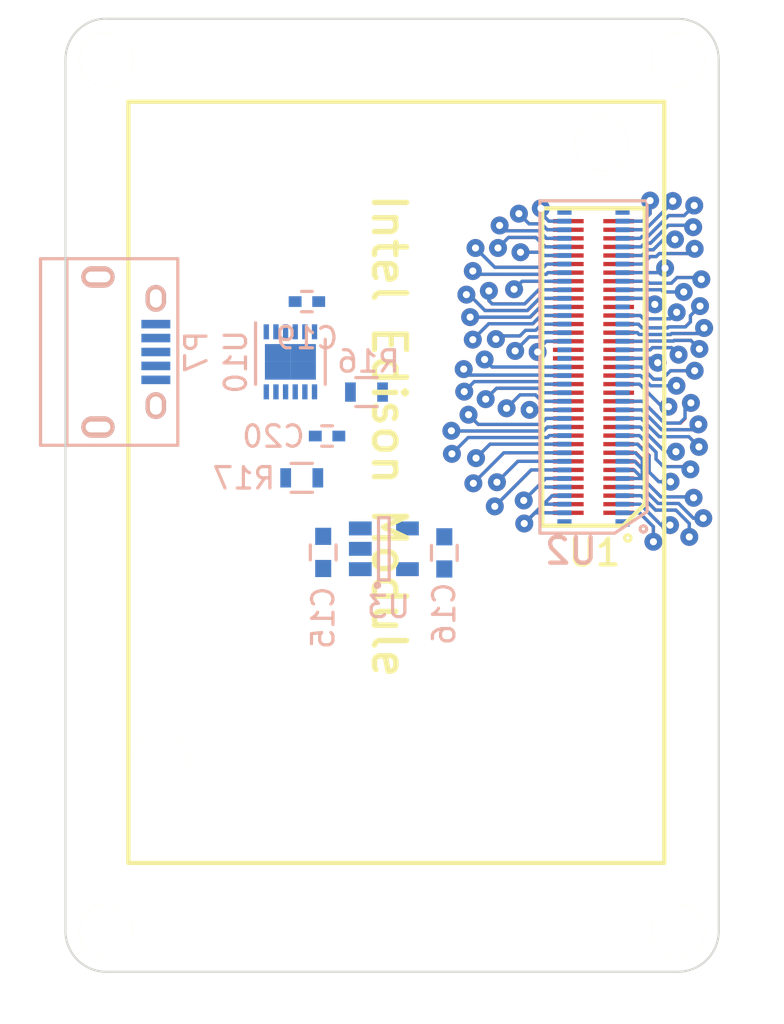
<source format=kicad_pcb>
(kicad_pcb (version 4) (host pcbnew 4.0.2-stable)

  (general
    (links 105)
    (no_connects 33)
    (area 92.371 64.430999 129.232334 112.429)
    (thickness 1.6)
    (drawings 14)
    (tracks 560)
    (zones 0)
    (modules 17)
    (nets 65)
  )

  (page A4)
  (title_block
    (title "Explorer Block - Template")
    (date 2016-09-20)
    (rev 1)
    (company "Good Measure Design, LLC.")
  )

  (layers
    (0 F.Cu signal)
    (31 B.Cu signal)
    (32 B.Adhes user)
    (33 F.Adhes user)
    (34 B.Paste user)
    (35 F.Paste user)
    (36 B.SilkS user)
    (37 F.SilkS user)
    (38 B.Mask user)
    (39 F.Mask user)
    (40 Dwgs.User user)
    (41 Cmts.User user)
    (42 Eco1.User user)
    (43 Eco2.User user)
    (44 Edge.Cuts user)
    (45 Margin user)
    (46 B.CrtYd user)
    (47 F.CrtYd user)
    (48 B.Fab user)
    (49 F.Fab user)
  )

  (setup
    (last_trace_width 0.154)
    (trace_clearance 0.154)
    (zone_clearance 0.25)
    (zone_45_only yes)
    (trace_min 0.1524)
    (segment_width 0.2)
    (edge_width 0.1)
    (via_size 0.8382)
    (via_drill 0.331)
    (via_min_size 0.8382)
    (via_min_drill 0.3302)
    (uvia_size 0.508)
    (uvia_drill 0.127)
    (uvias_allowed no)
    (uvia_min_size 0.508)
    (uvia_min_drill 0.127)
    (pcb_text_width 0.3)
    (pcb_text_size 1.5 1.5)
    (mod_edge_width 0.15)
    (mod_text_size 1 1)
    (mod_text_width 0.15)
    (pad_size 2.5 2.5)
    (pad_drill 2.5)
    (pad_to_mask_clearance 0)
    (aux_axis_origin 100 100)
    (grid_origin 100 100)
    (visible_elements 7FFEFF7F)
    (pcbplotparams
      (layerselection 0x00030_80000001)
      (usegerberextensions false)
      (excludeedgelayer true)
      (linewidth 0.100000)
      (plotframeref false)
      (viasonmask false)
      (mode 1)
      (useauxorigin false)
      (hpglpennumber 1)
      (hpglpenspeed 20)
      (hpglpendiameter 15)
      (hpglpenoverlay 2)
      (psnegative false)
      (psa4output false)
      (plotreference true)
      (plotvalue true)
      (plotinvisibletext false)
      (padsonsilk false)
      (subtractmaskfromsilk false)
      (outputformat 1)
      (mirror false)
      (drillshape 0)
      (scaleselection 1)
      (outputdirectory ""))
  )

  (net 0 "")
  (net 1 GND)
  (net 2 VCC)
  (net 3 +3V3)
  (net 4 +1V8)
  (net 5 USB_ID)
  (net 6 MSIC_SLP_CLK)
  (net 7 PWRBTN#)
  (net 8 FAULT)
  (net 9 PSW)
  (net 10 V_VAT_BKUP)
  (net 11 GP165)
  (net 12 GP13_PWM1)
  (net 13 GP12_PWM0)
  (net 14 GP182_PWM2)
  (net 15 GP183_PWM3)
  (net 16 DCIN)
  (net 17 USB_DP)
  (net 18 USB_DN)
  (net 19 USB_VBUS)
  (net 20 GP44)
  (net 21 GP45)
  (net 22 GP46)
  (net 23 GP47)
  (net 24 GP48)
  (net 25 GP49)
  (net 26 RESET_OUT#)
  (net 27 GP15)
  (net 28 GP14)
  (net 29 GP110_SPI_2_FS0)
  (net 30 GP109_SPI_2_CLK)
  (net 31 GP115_SPI_2_TXD)
  (net 32 GP114_SPI_2_RXD)
  (net 33 GP20_I2C_1_SDA)
  (net 34 GP19_I2C_1_SCL)
  (net 35 GP135_UART_2_TX)
  (net 36 RCVR_MODE)
  (net 37 GP27_I2C_6_SCL)
  (net 38 GP28_I2C_6_SDA)
  (net 39 GP111_SPI_2_FS1)
  (net 40 GP130_UART_1_RX)
  (net 41 GP129_UART_1_RTS)
  (net 42 GP128_UART_1_CTS)
  (net 43 OSC_CLK_OUT_0)
  (net 44 FW_RCVR)
  (net 45 GP134_UART_2_RX)
  (net 46 GP84_SD_CLK_FB)
  (net 47 GP131_UART_1_TX)
  (net 48 GP42_I2S_2_RXD)
  (net 49 GP40_I2S_2_CLK)
  (net 50 GP41_I2S_2_FS)
  (net 51 GP43_I2S_2_TXD)
  (net 52 GP78_SD_0_CLK)
  (net 53 GP77_SD_0_CD#)
  (net 54 GP79_SD_0_CMD)
  (net 55 GP82_SD_0_DAT2)
  (net 56 GP80_SD_0_DAT0)
  (net 57 GP83_SD_0_DAT3)
  (net 58 GP81_SD_0_DAT1)
  (net 59 "Net-(R16-Pad1)")
  (net 60 "Net-(R17-Pad1)")
  (net 61 +5V)
  (net 62 "/Custom Circuitry/USB_UART_D-")
  (net 63 "/Custom Circuitry/USB_UART_D+")
  (net 64 "Net-(U10-Pad2)")

  (net_class Default "This is the default net class."
    (clearance 0.154)
    (trace_width 0.154)
    (via_dia 0.8382)
    (via_drill 0.331)
    (uvia_dia 0.508)
    (uvia_drill 0.127)
    (add_net +1V8)
    (add_net +3V3)
    (add_net +5V)
    (add_net "/Custom Circuitry/USB_UART_D+")
    (add_net "/Custom Circuitry/USB_UART_D-")
    (add_net DCIN)
    (add_net FAULT)
    (add_net FW_RCVR)
    (add_net GND)
    (add_net GP109_SPI_2_CLK)
    (add_net GP110_SPI_2_FS0)
    (add_net GP111_SPI_2_FS1)
    (add_net GP114_SPI_2_RXD)
    (add_net GP115_SPI_2_TXD)
    (add_net GP128_UART_1_CTS)
    (add_net GP129_UART_1_RTS)
    (add_net GP12_PWM0)
    (add_net GP130_UART_1_RX)
    (add_net GP131_UART_1_TX)
    (add_net GP134_UART_2_RX)
    (add_net GP135_UART_2_TX)
    (add_net GP13_PWM1)
    (add_net GP14)
    (add_net GP15)
    (add_net GP165)
    (add_net GP182_PWM2)
    (add_net GP183_PWM3)
    (add_net GP19_I2C_1_SCL)
    (add_net GP20_I2C_1_SDA)
    (add_net GP27_I2C_6_SCL)
    (add_net GP28_I2C_6_SDA)
    (add_net GP40_I2S_2_CLK)
    (add_net GP41_I2S_2_FS)
    (add_net GP42_I2S_2_RXD)
    (add_net GP43_I2S_2_TXD)
    (add_net GP44)
    (add_net GP45)
    (add_net GP46)
    (add_net GP47)
    (add_net GP48)
    (add_net GP49)
    (add_net GP77_SD_0_CD#)
    (add_net GP78_SD_0_CLK)
    (add_net GP79_SD_0_CMD)
    (add_net GP80_SD_0_DAT0)
    (add_net GP81_SD_0_DAT1)
    (add_net GP82_SD_0_DAT2)
    (add_net GP83_SD_0_DAT3)
    (add_net GP84_SD_CLK_FB)
    (add_net MSIC_SLP_CLK)
    (add_net "Net-(R16-Pad1)")
    (add_net "Net-(R17-Pad1)")
    (add_net "Net-(U10-Pad2)")
    (add_net OSC_CLK_OUT_0)
    (add_net PSW)
    (add_net PWRBTN#)
    (add_net RCVR_MODE)
    (add_net RESET_OUT#)
    (add_net USB_DN)
    (add_net USB_DP)
    (add_net USB_ID)
    (add_net USB_VBUS)
    (add_net VCC)
    (add_net V_VAT_BKUP)
  )

  (module Mounting_Holes:MountingHole_2.5mm locked (layer F.Cu) (tedit 57E1F2CD) (tstamp 575C7EE7)
    (at 97.5 67.36)
    (descr "Mounting Hole 2.5mm, no annular")
    (tags "mounting hole 2.5mm no annular")
    (path /5758449A/575C7D9F)
    (fp_text reference P2 (at 0 -0.11) (layer F.SilkS) hide
      (effects (font (size 1 1) (thickness 0.15)))
    )
    (fp_text value CONN_01X01 (at 0 3.5) (layer F.Fab)
      (effects (font (size 1 1) (thickness 0.15)))
    )
    (fp_circle (center 0 0) (end 2.5 0) (layer Cmts.User) (width 0.15))
    (fp_circle (center 0 0) (end 2.75 0) (layer F.CrtYd) (width 0.05))
    (pad 1 np_thru_hole circle (at 0 0) (size 2.5 2.5) (drill 2.5) (layers *.Cu *.Mask F.SilkS))
  )

  (module Mounting_Holes:MountingHole_2.5mm locked (layer F.Cu) (tedit 57E1F449) (tstamp 575C7EEC)
    (at 124.17 67.36)
    (descr "Mounting Hole 2.5mm, no annular")
    (tags "mounting hole 2.5mm no annular")
    (path /5758449A/575C8070)
    (fp_text reference P3 (at 0.08 0.14) (layer F.SilkS) hide
      (effects (font (size 1 1) (thickness 0.15)))
    )
    (fp_text value CONN_01X01 (at 0 3.5) (layer F.Fab)
      (effects (font (size 1 1) (thickness 0.15)))
    )
    (fp_circle (center 0 0) (end 2.5 0) (layer Cmts.User) (width 0.15))
    (fp_circle (center 0 0) (end 2.75 0) (layer F.CrtYd) (width 0.05))
    (pad "" np_thru_hole circle (at 0 0) (size 2.5 2.5) (drill 2.5) (layers *.Cu *.Mask F.SilkS))
  )

  (module Mounting_Holes:MountingHole_2.5mm locked (layer F.Cu) (tedit 57E1F2C2) (tstamp 575C7EF1)
    (at 97.5 108)
    (descr "Mounting Hole 2.5mm, no annular")
    (tags "mounting hole 2.5mm no annular")
    (path /5758449A/575C8107)
    (fp_text reference P4 (at 0 0) (layer F.SilkS) hide
      (effects (font (size 1 1) (thickness 0.15)))
    )
    (fp_text value CONN_01X01 (at 0 3.5) (layer F.Fab)
      (effects (font (size 1 1) (thickness 0.15)))
    )
    (fp_circle (center 0 0) (end 2.5 0) (layer Cmts.User) (width 0.15))
    (fp_circle (center 0 0) (end 2.75 0) (layer F.CrtYd) (width 0.05))
    (pad 1 np_thru_hole circle (at 0 0) (size 2.5 2.5) (drill 2.5) (layers *.Cu *.Mask F.SilkS))
  )

  (module Mounting_Holes:MountingHole_2.5mm locked (layer F.Cu) (tedit 57E1F4B2) (tstamp 575C7EF6)
    (at 124.17 108)
    (descr "Mounting Hole 2.5mm, no annular")
    (tags "mounting hole 2.5mm no annular")
    (path /5758449A/575C810E)
    (fp_text reference P5 (at 0.08 0) (layer F.SilkS) hide
      (effects (font (size 1 1) (thickness 0.15)))
    )
    (fp_text value CONN_01X01 (at 0 3.5) (layer F.Fab)
      (effects (font (size 1 1) (thickness 0.15)))
    )
    (fp_circle (center 0 0) (end 2.5 0) (layer Cmts.User) (width 0.15))
    (fp_circle (center 0 0) (end 2.75 0) (layer F.CrtYd) (width 0.05))
    (pad "" np_thru_hole circle (at 0 0) (size 2.5 2.5) (drill 2.5) (layers *.Cu *.Mask F.SilkS))
  )

  (module "mogar_modules_new:DF40HC(3.0)-70DS" locked (layer F.Cu) (tedit 57E1F4F4) (tstamp 575DE893)
    (at 120.23 81.7 180)
    (path /575842EF/575843B2)
    (clearance 0.1)
    (fp_text reference U1 (at -0.05 -8.66 180) (layer F.SilkS)
      (effects (font (size 1.2 1.2) (thickness 0.2)))
    )
    (fp_text value EdisonConnector (at 3.81 0 270) (layer F.SilkS) hide
      (effects (font (size 1.2 1.2) (thickness 0.2)))
    )
    (fp_circle (center -1.6 -7.975) (end -1.6 -7.825) (layer F.SilkS) (width 0.15))
    (fp_line (start -1.39 -7.4) (end -2.39 -6.4) (layer F.SilkS) (width 0.2))
    (fp_line (start -2.39 -6.4) (end -2.39 7.4) (layer F.SilkS) (width 0.2))
    (fp_line (start -2.39 7.4) (end 2.39 7.4) (layer F.SilkS) (width 0.2))
    (fp_line (start 2.39 7.4) (end 2.39 -7.4) (layer F.SilkS) (width 0.2))
    (fp_line (start 2.39 -7.4) (end -1.39 -7.4) (layer F.SilkS) (width 0.2))
    (pad 1 smd rect (at -1.175 -6.8 180) (size 1.43 0.2) (layers F.Cu F.Paste F.Mask)
      (net 1 GND))
    (pad 3 smd rect (at -1.175 -6.4 180) (size 1.43 0.2) (layers F.Cu F.Paste F.Mask)
      (net 5 USB_ID))
    (pad 5 smd rect (at -1.175 -6 180) (size 1.43 0.2) (layers F.Cu F.Paste F.Mask)
      (net 1 GND))
    (pad 7 smd rect (at -1.175 -5.6 180) (size 1.43 0.2) (layers F.Cu F.Paste F.Mask)
      (net 6 MSIC_SLP_CLK))
    (pad 9 smd rect (at -1.175 -5.2 180) (size 1.43 0.2) (layers F.Cu F.Paste F.Mask)
      (net 1 GND))
    (pad 11 smd rect (at -1.175 -4.8 180) (size 1.43 0.2) (layers F.Cu F.Paste F.Mask)
      (net 1 GND))
    (pad 13 smd rect (at -1.175 -4.4 180) (size 1.43 0.2) (layers F.Cu F.Paste F.Mask)
      (net 1 GND))
    (pad 15 smd rect (at -1.175 -4 180) (size 1.43 0.2) (layers F.Cu F.Paste F.Mask)
      (net 1 GND))
    (pad 17 smd rect (at -1.175 -3.6 180) (size 1.43 0.2) (layers F.Cu F.Paste F.Mask)
      (net 7 PWRBTN#))
    (pad 19 smd rect (at -1.175 -3.2 180) (size 1.43 0.2) (layers F.Cu F.Paste F.Mask)
      (net 8 FAULT))
    (pad 21 smd rect (at -1.175 -2.8 180) (size 1.43 0.2) (layers F.Cu F.Paste F.Mask)
      (net 9 PSW))
    (pad 23 smd rect (at -1.175 -2.4 180) (size 1.43 0.2) (layers F.Cu F.Paste F.Mask)
      (net 10 V_VAT_BKUP))
    (pad 25 smd rect (at -1.175 -2 180) (size 1.43 0.2) (layers F.Cu F.Paste F.Mask)
      (net 11 GP165))
    (pad 27 smd rect (at -1.175 -1.6 180) (size 1.43 0.2) (layers F.Cu F.Paste F.Mask)
      (net 35 GP135_UART_2_TX))
    (pad 29 smd rect (at -1.175 -1.2 180) (size 1.43 0.2) (layers F.Cu F.Paste F.Mask))
    (pad 31 smd rect (at -1.175 -0.8 180) (size 1.43 0.2) (layers F.Cu F.Paste F.Mask)
      (net 36 RCVR_MODE))
    (pad 33 smd rect (at -1.175 -0.4 180) (size 1.43 0.2) (layers F.Cu F.Paste F.Mask)
      (net 12 GP13_PWM1))
    (pad 35 smd rect (at -1.175 0 180) (size 1.43 0.2) (layers F.Cu F.Paste F.Mask)
      (net 13 GP12_PWM0))
    (pad 37 smd rect (at -1.175 0.4 180) (size 1.43 0.2) (layers F.Cu F.Paste F.Mask)
      (net 14 GP182_PWM2))
    (pad 39 smd rect (at -1.175 0.8 180) (size 1.43 0.2) (layers F.Cu F.Paste F.Mask)
      (net 15 GP183_PWM3))
    (pad 41 smd rect (at -1.175 1.2 180) (size 1.43 0.2) (layers F.Cu F.Paste F.Mask)
      (net 34 GP19_I2C_1_SCL))
    (pad 43 smd rect (at -1.175 1.6 180) (size 1.43 0.2) (layers F.Cu F.Paste F.Mask)
      (net 33 GP20_I2C_1_SDA))
    (pad 45 smd rect (at -1.175 2 180) (size 1.43 0.2) (layers F.Cu F.Paste F.Mask)
      (net 37 GP27_I2C_6_SCL))
    (pad 47 smd rect (at -1.175 2.4 180) (size 1.43 0.2) (layers F.Cu F.Paste F.Mask)
      (net 38 GP28_I2C_6_SDA))
    (pad 49 smd rect (at -1.175 2.8 180) (size 1.43 0.2) (layers F.Cu F.Paste F.Mask))
    (pad 51 smd rect (at -1.175 3.2 180) (size 1.43 0.2) (layers F.Cu F.Paste F.Mask)
      (net 39 GP111_SPI_2_FS1))
    (pad 53 smd rect (at -1.175 3.6 180) (size 1.43 0.2) (layers F.Cu F.Paste F.Mask)
      (net 29 GP110_SPI_2_FS0))
    (pad 55 smd rect (at -1.175 4 180) (size 1.43 0.2) (layers F.Cu F.Paste F.Mask)
      (net 30 GP109_SPI_2_CLK))
    (pad 57 smd rect (at -1.175 4.4 180) (size 1.43 0.2) (layers F.Cu F.Paste F.Mask)
      (net 31 GP115_SPI_2_TXD))
    (pad 59 smd rect (at -1.175 4.8 180) (size 1.43 0.2) (layers F.Cu F.Paste F.Mask)
      (net 32 GP114_SPI_2_RXD))
    (pad 61 smd rect (at -1.175 5.2 180) (size 1.43 0.2) (layers F.Cu F.Paste F.Mask)
      (net 40 GP130_UART_1_RX))
    (pad 63 smd rect (at -1.175 5.6 180) (size 1.43 0.2) (layers F.Cu F.Paste F.Mask)
      (net 41 GP129_UART_1_RTS))
    (pad 65 smd rect (at -1.175 6 180) (size 1.43 0.2) (layers F.Cu F.Paste F.Mask)
      (net 42 GP128_UART_1_CTS))
    (pad 67 smd rect (at -1.175 6.4 180) (size 1.43 0.2) (layers F.Cu F.Paste F.Mask)
      (net 43 OSC_CLK_OUT_0))
    (pad 69 smd rect (at -1.175 6.8 180) (size 1.43 0.2) (layers F.Cu F.Paste F.Mask)
      (net 44 FW_RCVR))
    (pad 2 smd rect (at 1.175 -6.8 180) (size 1.43 0.2) (layers F.Cu F.Paste F.Mask)
      (net 2 VCC))
    (pad 4 smd rect (at 1.175 -6.4 180) (size 1.43 0.2) (layers F.Cu F.Paste F.Mask)
      (net 2 VCC))
    (pad 6 smd rect (at 1.175 -6 180) (size 1.43 0.2) (layers F.Cu F.Paste F.Mask)
      (net 2 VCC))
    (pad 8 smd rect (at 1.175 -5.6 180) (size 1.43 0.2) (layers F.Cu F.Paste F.Mask)
      (net 3 +3V3))
    (pad 10 smd rect (at 1.175 -5.2 180) (size 1.43 0.2) (layers F.Cu F.Paste F.Mask)
      (net 3 +3V3))
    (pad 12 smd rect (at 1.175 -4.8 180) (size 1.43 0.2) (layers F.Cu F.Paste F.Mask)
      (net 4 +1V8))
    (pad 14 smd rect (at 1.175 -4.4 180) (size 1.43 0.2) (layers F.Cu F.Paste F.Mask)
      (net 16 DCIN))
    (pad 16 smd rect (at 1.175 -4 180) (size 1.43 0.2) (layers F.Cu F.Paste F.Mask)
      (net 17 USB_DP))
    (pad 18 smd rect (at 1.175 -3.6 180) (size 1.43 0.2) (layers F.Cu F.Paste F.Mask)
      (net 18 USB_DN))
    (pad 20 smd rect (at 1.175 -3.2 180) (size 1.43 0.2) (layers F.Cu F.Paste F.Mask)
      (net 19 USB_VBUS))
    (pad 22 smd rect (at 1.175 -2.8 180) (size 1.43 0.2) (layers F.Cu F.Paste F.Mask)
      (net 45 GP134_UART_2_RX))
    (pad 24 smd rect (at 1.175 -2.4 180) (size 1.43 0.2) (layers F.Cu F.Paste F.Mask)
      (net 20 GP44))
    (pad 26 smd rect (at 1.175 -2 180) (size 1.43 0.2) (layers F.Cu F.Paste F.Mask)
      (net 21 GP45))
    (pad 28 smd rect (at 1.175 -1.6 180) (size 1.43 0.2) (layers F.Cu F.Paste F.Mask)
      (net 22 GP46))
    (pad 30 smd rect (at 1.175 -1.2 180) (size 1.43 0.2) (layers F.Cu F.Paste F.Mask)
      (net 23 GP47))
    (pad 32 smd rect (at 1.175 -0.8 180) (size 1.43 0.2) (layers F.Cu F.Paste F.Mask)
      (net 24 GP48))
    (pad 34 smd rect (at 1.175 -0.4 180) (size 1.43 0.2) (layers F.Cu F.Paste F.Mask)
      (net 25 GP49))
    (pad 36 smd rect (at 1.175 0 180) (size 1.43 0.2) (layers F.Cu F.Paste F.Mask)
      (net 26 RESET_OUT#))
    (pad 38 smd rect (at 1.175 0.4 180) (size 1.43 0.2) (layers F.Cu F.Paste F.Mask))
    (pad 40 smd rect (at 1.175 0.8 180) (size 1.43 0.2) (layers F.Cu F.Paste F.Mask))
    (pad 42 smd rect (at 1.175 1.2 180) (size 1.43 0.2) (layers F.Cu F.Paste F.Mask)
      (net 27 GP15))
    (pad 44 smd rect (at 1.175 1.6 180) (size 1.43 0.2) (layers F.Cu F.Paste F.Mask)
      (net 46 GP84_SD_CLK_FB))
    (pad 46 smd rect (at 1.175 2 180) (size 1.43 0.2) (layers F.Cu F.Paste F.Mask)
      (net 47 GP131_UART_1_TX))
    (pad 48 smd rect (at 1.175 2.4 180) (size 1.43 0.2) (layers F.Cu F.Paste F.Mask)
      (net 28 GP14))
    (pad 50 smd rect (at 1.175 2.8 180) (size 1.43 0.2) (layers F.Cu F.Paste F.Mask)
      (net 48 GP42_I2S_2_RXD))
    (pad 52 smd rect (at 1.175 3.2 180) (size 1.43 0.2) (layers F.Cu F.Paste F.Mask)
      (net 49 GP40_I2S_2_CLK))
    (pad 54 smd rect (at 1.175 3.6 180) (size 1.43 0.2) (layers F.Cu F.Paste F.Mask)
      (net 50 GP41_I2S_2_FS))
    (pad 56 smd rect (at 1.175 4 180) (size 1.43 0.2) (layers F.Cu F.Paste F.Mask)
      (net 51 GP43_I2S_2_TXD))
    (pad 58 smd rect (at 1.175 4.4 180) (size 1.43 0.2) (layers F.Cu F.Paste F.Mask)
      (net 52 GP78_SD_0_CLK))
    (pad 60 smd rect (at 1.175 4.8 180) (size 1.43 0.2) (layers F.Cu F.Paste F.Mask)
      (net 53 GP77_SD_0_CD#))
    (pad 62 smd rect (at 1.175 5.2 180) (size 1.43 0.2) (layers F.Cu F.Paste F.Mask)
      (net 54 GP79_SD_0_CMD))
    (pad 64 smd rect (at 1.175 5.6 180) (size 1.43 0.2) (layers F.Cu F.Paste F.Mask)
      (net 55 GP82_SD_0_DAT2))
    (pad 66 smd rect (at 1.175 6 180) (size 1.43 0.2) (layers F.Cu F.Paste F.Mask)
      (net 56 GP80_SD_0_DAT0))
    (pad 68 smd rect (at 1.175 6.4 180) (size 1.43 0.2) (layers F.Cu F.Paste F.Mask)
      (net 57 GP83_SD_0_DAT3))
    (pad 70 smd rect (at 1.175 6.8 180) (size 1.43 0.2) (layers F.Cu F.Paste F.Mask)
      (net 58 GP81_SD_0_DAT1))
  )

  (module TO_SOT_Packages_SMD:SOT-23-5 (layer B.Cu) (tedit 57E1F2AB) (tstamp 575DE8DC)
    (at 110.45 90.18)
    (descr "5-pin SOT23 package")
    (tags SOT-23-5)
    (path /5758449A/57E21B09)
    (attr smd)
    (fp_text reference U3 (at 0.218 2.708) (layer B.SilkS)
      (effects (font (size 1 1) (thickness 0.15)) (justify mirror))
    )
    (fp_text value AP7365 (at -0.05 -2.35) (layer B.Fab)
      (effects (font (size 1 1) (thickness 0.15)) (justify mirror))
    )
    (fp_line (start -1.8 1.6) (end 1.8 1.6) (layer B.CrtYd) (width 0.05))
    (fp_line (start 1.8 1.6) (end 1.8 -1.6) (layer B.CrtYd) (width 0.05))
    (fp_line (start 1.8 -1.6) (end -1.8 -1.6) (layer B.CrtYd) (width 0.05))
    (fp_line (start -1.8 -1.6) (end -1.8 1.6) (layer B.CrtYd) (width 0.05))
    (fp_circle (center -0.3 1.7) (end -0.2 1.7) (layer B.SilkS) (width 0.15))
    (fp_line (start 0.25 1.45) (end -0.25 1.45) (layer B.SilkS) (width 0.15))
    (fp_line (start 0.25 -1.45) (end 0.25 1.45) (layer B.SilkS) (width 0.15))
    (fp_line (start -0.25 -1.45) (end 0.25 -1.45) (layer B.SilkS) (width 0.15))
    (fp_line (start -0.25 1.45) (end -0.25 -1.45) (layer B.SilkS) (width 0.15))
    (pad 1 smd rect (at -1.1 0.95) (size 1.06 0.65) (layers B.Cu B.Paste B.Mask)
      (net 61 +5V))
    (pad 2 smd rect (at -1.1 0) (size 1.06 0.65) (layers B.Cu B.Paste B.Mask)
      (net 1 GND))
    (pad 3 smd rect (at -1.1 -0.95) (size 1.06 0.65) (layers B.Cu B.Paste B.Mask)
      (net 61 +5V))
    (pad 4 smd rect (at 1.1 -0.95) (size 1.06 0.65) (layers B.Cu B.Paste B.Mask))
    (pad 5 smd rect (at 1.1 0.95) (size 1.06 0.65) (layers B.Cu B.Paste B.Mask)
      (net 2 VCC))
    (model TO_SOT_Packages_SMD.3dshapes/SOT-23-5.wrl
      (at (xyz 0 0 0))
      (scale (xyz 1 1 1))
      (rotate (xyz 0 0 0))
    )
  )

  (module "mogar_modules_new:DF40C-70DP-0.4V(51)" locked (layer B.Cu) (tedit 57E1F4FA) (tstamp 575E605D)
    (at 120.23 81.7)
    (path /575842EF/57599238)
    (clearance 0.1)
    (fp_text reference U2 (at -1.05 8.58) (layer B.SilkS)
      (effects (font (size 1.2 1.2) (thickness 0.2)) (justify mirror))
    )
    (fp_text value EdisonConnector (at -0.03 0.23 90) (layer B.SilkS) hide
      (effects (font (size 1.2 1.2) (thickness 0.2)) (justify mirror))
    )
    (fp_line (start 0.99 7.75) (end 2.5 6.75) (layer B.SilkS) (width 0.15))
    (fp_line (start -2.5 7.75) (end 1 7.75) (layer B.SilkS) (width 0.15))
    (fp_line (start 2.5 6.75) (end 2.5 -7.75) (layer B.SilkS) (width 0.15))
    (fp_line (start 2.5 -7.75) (end -2.5 -7.75) (layer B.SilkS) (width 0.15))
    (fp_line (start -2.5 -7.75) (end -2.5 7.75) (layer B.SilkS) (width 0.15))
    (fp_circle (center 2.33 7.555) (end 2.33 7.405) (layer B.SilkS) (width 0.15))
    (pad 1 smd rect (at 1.355 6.8) (size 0.66 0.23) (layers B.Cu B.Paste B.Mask)
      (net 1 GND))
    (pad 71 smd rect (at 1.355 7.275) (size 0.66 0.35) (layers B.Cu B.Paste B.Mask))
    (pad 2 smd rect (at -1.355 6.8) (size 0.66 0.23) (layers B.Cu B.Paste B.Mask)
      (net 2 VCC))
    (pad 3 smd rect (at 1.355 6.4) (size 0.66 0.23) (layers B.Cu B.Paste B.Mask)
      (net 5 USB_ID))
    (pad 4 smd rect (at -1.355 6.4) (size 0.66 0.23) (layers B.Cu B.Paste B.Mask)
      (net 2 VCC))
    (pad 5 smd rect (at 1.355 6) (size 0.66 0.23) (layers B.Cu B.Paste B.Mask)
      (net 1 GND))
    (pad 6 smd rect (at -1.355 6) (size 0.66 0.23) (layers B.Cu B.Paste B.Mask)
      (net 2 VCC))
    (pad 7 smd rect (at 1.355 5.6) (size 0.66 0.23) (layers B.Cu B.Paste B.Mask)
      (net 6 MSIC_SLP_CLK))
    (pad 8 smd rect (at -1.355 5.6) (size 0.66 0.23) (layers B.Cu B.Paste B.Mask)
      (net 3 +3V3))
    (pad 9 smd rect (at 1.355 5.2) (size 0.66 0.23) (layers B.Cu B.Paste B.Mask)
      (net 1 GND))
    (pad 10 smd rect (at -1.355 5.2) (size 0.66 0.23) (layers B.Cu B.Paste B.Mask)
      (net 3 +3V3))
    (pad 11 smd rect (at 1.355 4.8) (size 0.66 0.23) (layers B.Cu B.Paste B.Mask)
      (net 1 GND))
    (pad 12 smd rect (at -1.355 4.8) (size 0.66 0.23) (layers B.Cu B.Paste B.Mask)
      (net 4 +1V8))
    (pad 13 smd rect (at 1.355 4.4) (size 0.66 0.23) (layers B.Cu B.Paste B.Mask)
      (net 1 GND))
    (pad 14 smd rect (at -1.355 4.4) (size 0.66 0.23) (layers B.Cu B.Paste B.Mask)
      (net 16 DCIN))
    (pad 15 smd rect (at 1.355 4) (size 0.66 0.23) (layers B.Cu B.Paste B.Mask)
      (net 1 GND))
    (pad 16 smd rect (at -1.355 4) (size 0.66 0.23) (layers B.Cu B.Paste B.Mask)
      (net 17 USB_DP))
    (pad 17 smd rect (at 1.355 3.6) (size 0.66 0.23) (layers B.Cu B.Paste B.Mask)
      (net 7 PWRBTN#))
    (pad 18 smd rect (at -1.355 3.6) (size 0.66 0.23) (layers B.Cu B.Paste B.Mask)
      (net 18 USB_DN))
    (pad 19 smd rect (at 1.355 3.2) (size 0.66 0.23) (layers B.Cu B.Paste B.Mask)
      (net 8 FAULT))
    (pad 20 smd rect (at -1.355 3.2) (size 0.66 0.23) (layers B.Cu B.Paste B.Mask)
      (net 19 USB_VBUS))
    (pad 21 smd rect (at 1.355 2.8) (size 0.66 0.23) (layers B.Cu B.Paste B.Mask)
      (net 9 PSW))
    (pad 22 smd rect (at -1.355 2.8) (size 0.66 0.23) (layers B.Cu B.Paste B.Mask)
      (net 45 GP134_UART_2_RX))
    (pad 23 smd rect (at 1.355 2.4) (size 0.66 0.23) (layers B.Cu B.Paste B.Mask)
      (net 10 V_VAT_BKUP))
    (pad 24 smd rect (at -1.355 2.4) (size 0.66 0.23) (layers B.Cu B.Paste B.Mask)
      (net 20 GP44))
    (pad 25 smd rect (at 1.355 2) (size 0.66 0.23) (layers B.Cu B.Paste B.Mask)
      (net 11 GP165))
    (pad 26 smd rect (at -1.355 2) (size 0.66 0.23) (layers B.Cu B.Paste B.Mask)
      (net 21 GP45))
    (pad 27 smd rect (at 1.355 1.6) (size 0.66 0.23) (layers B.Cu B.Paste B.Mask)
      (net 35 GP135_UART_2_TX))
    (pad 28 smd rect (at -1.355 1.6) (size 0.66 0.23) (layers B.Cu B.Paste B.Mask)
      (net 22 GP46))
    (pad 29 smd rect (at 1.355 1.2) (size 0.66 0.23) (layers B.Cu B.Paste B.Mask))
    (pad 30 smd rect (at -1.355 1.2) (size 0.66 0.23) (layers B.Cu B.Paste B.Mask)
      (net 23 GP47))
    (pad 31 smd rect (at 1.355 0.8) (size 0.66 0.23) (layers B.Cu B.Paste B.Mask)
      (net 36 RCVR_MODE))
    (pad 32 smd rect (at -1.355 0.8) (size 0.66 0.23) (layers B.Cu B.Paste B.Mask)
      (net 24 GP48))
    (pad 33 smd rect (at 1.355 0.4) (size 0.66 0.23) (layers B.Cu B.Paste B.Mask)
      (net 12 GP13_PWM1))
    (pad 34 smd rect (at -1.355 0.4) (size 0.66 0.23) (layers B.Cu B.Paste B.Mask)
      (net 25 GP49))
    (pad 35 smd rect (at 1.355 0) (size 0.66 0.23) (layers B.Cu B.Paste B.Mask)
      (net 13 GP12_PWM0))
    (pad 36 smd rect (at -1.355 0) (size 0.66 0.23) (layers B.Cu B.Paste B.Mask)
      (net 26 RESET_OUT#))
    (pad 37 smd rect (at 1.355 -0.4) (size 0.66 0.23) (layers B.Cu B.Paste B.Mask)
      (net 14 GP182_PWM2))
    (pad 38 smd rect (at -1.355 -0.4) (size 0.66 0.23) (layers B.Cu B.Paste B.Mask))
    (pad 39 smd rect (at 1.355 -0.8) (size 0.66 0.23) (layers B.Cu B.Paste B.Mask)
      (net 15 GP183_PWM3))
    (pad 40 smd rect (at -1.355 -0.8) (size 0.66 0.23) (layers B.Cu B.Paste B.Mask))
    (pad 41 smd rect (at 1.355 -1.2) (size 0.66 0.23) (layers B.Cu B.Paste B.Mask)
      (net 34 GP19_I2C_1_SCL))
    (pad 42 smd rect (at -1.355 -1.2) (size 0.66 0.23) (layers B.Cu B.Paste B.Mask)
      (net 27 GP15))
    (pad 43 smd rect (at 1.355 -1.6) (size 0.66 0.23) (layers B.Cu B.Paste B.Mask)
      (net 33 GP20_I2C_1_SDA))
    (pad 44 smd rect (at -1.355 -1.6) (size 0.66 0.23) (layers B.Cu B.Paste B.Mask)
      (net 46 GP84_SD_CLK_FB))
    (pad 45 smd rect (at 1.355 -2) (size 0.66 0.23) (layers B.Cu B.Paste B.Mask)
      (net 37 GP27_I2C_6_SCL))
    (pad 46 smd rect (at -1.355 -2) (size 0.66 0.23) (layers B.Cu B.Paste B.Mask)
      (net 47 GP131_UART_1_TX))
    (pad 47 smd rect (at 1.355 -2.4) (size 0.66 0.23) (layers B.Cu B.Paste B.Mask)
      (net 38 GP28_I2C_6_SDA))
    (pad 48 smd rect (at -1.355 -2.4) (size 0.66 0.23) (layers B.Cu B.Paste B.Mask)
      (net 28 GP14))
    (pad 49 smd rect (at 1.355 -2.8) (size 0.66 0.23) (layers B.Cu B.Paste B.Mask))
    (pad 50 smd rect (at -1.355 -2.8) (size 0.66 0.23) (layers B.Cu B.Paste B.Mask)
      (net 48 GP42_I2S_2_RXD))
    (pad 51 smd rect (at 1.355 -3.2) (size 0.66 0.23) (layers B.Cu B.Paste B.Mask)
      (net 39 GP111_SPI_2_FS1))
    (pad 52 smd rect (at -1.355 -3.2) (size 0.66 0.23) (layers B.Cu B.Paste B.Mask)
      (net 49 GP40_I2S_2_CLK))
    (pad 53 smd rect (at 1.355 -3.6) (size 0.66 0.23) (layers B.Cu B.Paste B.Mask)
      (net 29 GP110_SPI_2_FS0))
    (pad 54 smd rect (at -1.355 -3.6) (size 0.66 0.23) (layers B.Cu B.Paste B.Mask)
      (net 50 GP41_I2S_2_FS))
    (pad 55 smd rect (at 1.355 -4) (size 0.66 0.23) (layers B.Cu B.Paste B.Mask)
      (net 30 GP109_SPI_2_CLK))
    (pad 56 smd rect (at -1.355 -4) (size 0.66 0.23) (layers B.Cu B.Paste B.Mask)
      (net 51 GP43_I2S_2_TXD))
    (pad 57 smd rect (at 1.355 -4.4) (size 0.66 0.23) (layers B.Cu B.Paste B.Mask)
      (net 31 GP115_SPI_2_TXD))
    (pad 58 smd rect (at -1.355 -4.4) (size 0.66 0.23) (layers B.Cu B.Paste B.Mask)
      (net 52 GP78_SD_0_CLK))
    (pad 59 smd rect (at 1.355 -4.8) (size 0.66 0.23) (layers B.Cu B.Paste B.Mask)
      (net 32 GP114_SPI_2_RXD))
    (pad 60 smd rect (at -1.355 -4.8) (size 0.66 0.23) (layers B.Cu B.Paste B.Mask)
      (net 53 GP77_SD_0_CD#))
    (pad 61 smd rect (at 1.355 -5.2) (size 0.66 0.23) (layers B.Cu B.Paste B.Mask)
      (net 40 GP130_UART_1_RX))
    (pad 62 smd rect (at -1.355 -5.2) (size 0.66 0.23) (layers B.Cu B.Paste B.Mask)
      (net 54 GP79_SD_0_CMD))
    (pad 63 smd rect (at 1.355 -5.6) (size 0.66 0.23) (layers B.Cu B.Paste B.Mask)
      (net 41 GP129_UART_1_RTS))
    (pad 64 smd rect (at -1.355 -5.6) (size 0.66 0.23) (layers B.Cu B.Paste B.Mask)
      (net 55 GP82_SD_0_DAT2))
    (pad 65 smd rect (at 1.355 -6) (size 0.66 0.23) (layers B.Cu B.Paste B.Mask)
      (net 42 GP128_UART_1_CTS))
    (pad 66 smd rect (at -1.355 -6) (size 0.66 0.23) (layers B.Cu B.Paste B.Mask)
      (net 56 GP80_SD_0_DAT0))
    (pad 67 smd rect (at 1.355 -6.4) (size 0.66 0.23) (layers B.Cu B.Paste B.Mask)
      (net 43 OSC_CLK_OUT_0))
    (pad 68 smd rect (at -1.355 -6.4) (size 0.66 0.23) (layers B.Cu B.Paste B.Mask)
      (net 57 GP83_SD_0_DAT3))
    (pad 69 smd rect (at 1.355 -6.8) (size 0.66 0.23) (layers B.Cu B.Paste B.Mask)
      (net 44 FW_RCVR))
    (pad 70 smd rect (at -1.355 -6.8) (size 0.66 0.23) (layers B.Cu B.Paste B.Mask)
      (net 58 GP81_SD_0_DAT1))
    (pad 71 smd rect (at -1.355 7.275) (size 0.66 0.35) (layers B.Cu B.Paste B.Mask))
    (pad 72 smd rect (at 1.355 -7.275) (size 0.66 0.35) (layers B.Cu B.Paste B.Mask))
    (pad 73 smd rect (at -1.355 -7.275) (size 0.66 0.35) (layers B.Cu B.Paste B.Mask))
  )

  (module Mounting_Holes:MountingHole_2.5mm locked (layer F.Cu) (tedit 57E1F2D2) (tstamp 5764F3AA)
    (at 120.6 71.31)
    (descr "Mounting Hole 2.5mm, no annular")
    (tags "mounting hole 2.5mm no annular")
    (path /575842EF/57647939)
    (fp_text reference MH1 (at -0.026 -0.012) (layer F.SilkS) hide
      (effects (font (size 1 1) (thickness 0.15)))
    )
    (fp_text value CONN_01X01 (at 0 3.5) (layer F.Fab)
      (effects (font (size 1 1) (thickness 0.15)))
    )
    (fp_circle (center 0 0) (end 2.5 0) (layer Cmts.User) (width 0.15))
    (fp_circle (center 0 0) (end 2.75 0) (layer F.CrtYd) (width 0.05))
    (pad 1 np_thru_hole circle (at 0 0) (size 2.5 2.5) (drill 2.5) (layers *.Cu *.Mask F.SilkS))
  )

  (module Mounting_Holes:MountingHole_2.5mm locked (layer F.Cu) (tedit 57E1F2BF) (tstamp 5764F3AE)
    (at 100 100)
    (descr "Mounting Hole 2.5mm, no annular")
    (tags "mounting hole 2.5mm no annular")
    (path /575842EF/57647A8A)
    (fp_text reference MH2 (at 0 0) (layer F.SilkS) hide
      (effects (font (size 1 1) (thickness 0.15)))
    )
    (fp_text value CONN_01X01 (at 0 3.5) (layer F.Fab)
      (effects (font (size 1 1) (thickness 0.15)))
    )
    (fp_circle (center 0 0) (end 2.5 0) (layer Cmts.User) (width 0.15))
    (fp_circle (center 0 0) (end 2.75 0) (layer F.CrtYd) (width 0.05))
    (pad 1 np_thru_hole circle (at 0 0) (size 2.5 2.5) (drill 2.5) (layers *.Cu *.Mask F.SilkS))
  )

  (module Connect:USB_Micro-B (layer B.Cu) (tedit 5543E447) (tstamp 576292F3)
    (at 98.25 81 90)
    (descr "Micro USB Type B Receptacle")
    (tags "USB USB_B USB_micro USB_OTG")
    (path /5758449A/5765EA51)
    (attr smd)
    (fp_text reference P7 (at 0 3.45 90) (layer B.SilkS)
      (effects (font (size 1 1) (thickness 0.15)) (justify mirror))
    )
    (fp_text value USB (at 0 -4.8 90) (layer B.Fab)
      (effects (font (size 1 1) (thickness 0.15)) (justify mirror))
    )
    (fp_line (start -4.6 2.8) (end 4.6 2.8) (layer B.CrtYd) (width 0.05))
    (fp_line (start 4.6 2.8) (end 4.6 -4.05) (layer B.CrtYd) (width 0.05))
    (fp_line (start 4.6 -4.05) (end -4.6 -4.05) (layer B.CrtYd) (width 0.05))
    (fp_line (start -4.6 -4.05) (end -4.6 2.8) (layer B.CrtYd) (width 0.05))
    (fp_line (start -4.3509 -3.81746) (end 4.3491 -3.81746) (layer B.SilkS) (width 0.15))
    (fp_line (start -4.3509 2.58754) (end 4.3491 2.58754) (layer B.SilkS) (width 0.15))
    (fp_line (start 4.3491 2.58754) (end 4.3491 -3.81746) (layer B.SilkS) (width 0.15))
    (fp_line (start 4.3491 -2.58746) (end -4.3509 -2.58746) (layer B.SilkS) (width 0.15))
    (fp_line (start -4.3509 -3.81746) (end -4.3509 2.58754) (layer B.SilkS) (width 0.15))
    (pad 1 smd rect (at -1.3009 1.56254) (size 1.35 0.4) (layers B.Cu B.Paste B.Mask)
      (net 61 +5V))
    (pad 2 smd rect (at -0.6509 1.56254) (size 1.35 0.4) (layers B.Cu B.Paste B.Mask)
      (net 62 "/Custom Circuitry/USB_UART_D-"))
    (pad 3 smd rect (at -0.0009 1.56254) (size 1.35 0.4) (layers B.Cu B.Paste B.Mask)
      (net 63 "/Custom Circuitry/USB_UART_D+"))
    (pad 4 smd rect (at 0.6491 1.56254) (size 1.35 0.4) (layers B.Cu B.Paste B.Mask))
    (pad 5 smd rect (at 1.2991 1.56254) (size 1.35 0.4) (layers B.Cu B.Paste B.Mask)
      (net 1 GND))
    (pad 6 thru_hole oval (at -2.5009 1.56254) (size 0.95 1.25) (drill oval 0.55 0.85) (layers *.Cu *.Mask B.SilkS)
      (net 1 GND))
    (pad 6 thru_hole oval (at 2.4991 1.56254) (size 0.95 1.25) (drill oval 0.55 0.85) (layers *.Cu *.Mask B.SilkS)
      (net 1 GND))
    (pad 6 thru_hole oval (at -3.5009 -1.13746) (size 1.55 1) (drill oval 1.15 0.5) (layers *.Cu *.Mask B.SilkS)
      (net 1 GND))
    (pad 6 thru_hole oval (at 3.4991 -1.13746) (size 1.55 1) (drill oval 1.15 0.5) (layers *.Cu *.Mask B.SilkS)
      (net 1 GND))
  )

  (module Resistors_SMD:R_0603 (layer B.Cu) (tedit 57E1F280) (tstamp 5762933A)
    (at 109.64 82.87)
    (descr "Resistor SMD 0603, reflow soldering, Vishay (see dcrcw.pdf)")
    (tags "resistor 0603")
    (path /5758449A/5766130B)
    (attr smd)
    (fp_text reference R16 (at 0.09 -1.43) (layer B.SilkS)
      (effects (font (size 1 1) (thickness 0.15)) (justify mirror))
    )
    (fp_text value 100 (at 0 -1.9) (layer B.Fab)
      (effects (font (size 1 1) (thickness 0.15)) (justify mirror))
    )
    (fp_line (start -1.3 0.8) (end 1.3 0.8) (layer B.CrtYd) (width 0.05))
    (fp_line (start -1.3 -0.8) (end 1.3 -0.8) (layer B.CrtYd) (width 0.05))
    (fp_line (start -1.3 0.8) (end -1.3 -0.8) (layer B.CrtYd) (width 0.05))
    (fp_line (start 1.3 0.8) (end 1.3 -0.8) (layer B.CrtYd) (width 0.05))
    (fp_line (start 0.5 -0.675) (end -0.5 -0.675) (layer B.SilkS) (width 0.15))
    (fp_line (start -0.5 0.675) (end 0.5 0.675) (layer B.SilkS) (width 0.15))
    (pad 1 smd rect (at -0.75 0) (size 0.5 0.9) (layers B.Cu B.Paste B.Mask)
      (net 59 "Net-(R16-Pad1)"))
    (pad 2 smd rect (at 0.75 0) (size 0.5 0.9) (layers B.Cu B.Paste B.Mask)
      (net 45 GP134_UART_2_RX))
    (model Resistors_SMD.3dshapes/R_0603.wrl
      (at (xyz 0 0 0))
      (scale (xyz 1 1 1))
      (rotate (xyz 0 0 0))
    )
  )

  (module Resistors_SMD:R_0603 (layer B.Cu) (tedit 57E1F27B) (tstamp 57629346)
    (at 106.62 86.87)
    (descr "Resistor SMD 0603, reflow soldering, Vishay (see dcrcw.pdf)")
    (tags "resistor 0603")
    (path /5758449A/576614A3)
    (attr smd)
    (fp_text reference R17 (at -2.7 0.02) (layer B.SilkS)
      (effects (font (size 1 1) (thickness 0.15)) (justify mirror))
    )
    (fp_text value 100 (at 0 -1.9) (layer B.Fab)
      (effects (font (size 1 1) (thickness 0.15)) (justify mirror))
    )
    (fp_line (start -1.3 0.8) (end 1.3 0.8) (layer B.CrtYd) (width 0.05))
    (fp_line (start -1.3 -0.8) (end 1.3 -0.8) (layer B.CrtYd) (width 0.05))
    (fp_line (start -1.3 0.8) (end -1.3 -0.8) (layer B.CrtYd) (width 0.05))
    (fp_line (start 1.3 0.8) (end 1.3 -0.8) (layer B.CrtYd) (width 0.05))
    (fp_line (start 0.5 -0.675) (end -0.5 -0.675) (layer B.SilkS) (width 0.15))
    (fp_line (start -0.5 0.675) (end 0.5 0.675) (layer B.SilkS) (width 0.15))
    (pad 1 smd rect (at -0.75 0) (size 0.5 0.9) (layers B.Cu B.Paste B.Mask)
      (net 60 "Net-(R17-Pad1)"))
    (pad 2 smd rect (at 0.75 0) (size 0.5 0.9) (layers B.Cu B.Paste B.Mask)
      (net 35 GP135_UART_2_TX))
    (model Resistors_SMD.3dshapes/R_0603.wrl
      (at (xyz 0 0 0))
      (scale (xyz 1 1 1))
      (rotate (xyz 0 0 0))
    )
  )

  (module Housings_DFN_QFN:DFN-12-1EP_3x3mm_Pitch0.45mm (layer B.Cu) (tedit 54130A77) (tstamp 57629379)
    (at 106.09 81.46 270)
    (descr "DD Package; 12-Lead Plastic DFN (3mm x 3mm) (see Linear Technology DFN_12_05-08-1725.pdf)")
    (tags "DFN 0.45")
    (path /5758449A/5765ED06)
    (attr smd)
    (fp_text reference U10 (at 0 2.55 270) (layer B.SilkS)
      (effects (font (size 1 1) (thickness 0.15)) (justify mirror))
    )
    (fp_text value FT234XD (at 0 -2.55 270) (layer B.Fab)
      (effects (font (size 1 1) (thickness 0.15)) (justify mirror))
    )
    (fp_line (start -2 1.8) (end -2 -1.8) (layer B.CrtYd) (width 0.05))
    (fp_line (start 2 1.8) (end 2 -1.8) (layer B.CrtYd) (width 0.05))
    (fp_line (start -2 1.8) (end 2 1.8) (layer B.CrtYd) (width 0.05))
    (fp_line (start -2 -1.8) (end 2 -1.8) (layer B.CrtYd) (width 0.05))
    (fp_line (start -1.05 -1.625) (end 1.05 -1.625) (layer B.SilkS) (width 0.15))
    (fp_line (start -1.825 1.625) (end 1.05 1.625) (layer B.SilkS) (width 0.15))
    (pad 1 smd rect (at -1.4 1.125 270) (size 0.7 0.25) (layers B.Cu B.Paste B.Mask)
      (net 62 "/Custom Circuitry/USB_UART_D-"))
    (pad 2 smd rect (at -1.4 0.675 270) (size 0.7 0.25) (layers B.Cu B.Paste B.Mask)
      (net 64 "Net-(U10-Pad2)"))
    (pad 3 smd rect (at -1.4 0.225 270) (size 0.7 0.25) (layers B.Cu B.Paste B.Mask)
      (net 64 "Net-(U10-Pad2)"))
    (pad 4 smd rect (at -1.4 -0.225 270) (size 0.7 0.25) (layers B.Cu B.Paste B.Mask)
      (net 61 +5V))
    (pad 5 smd rect (at -1.4 -0.675 270) (size 0.7 0.25) (layers B.Cu B.Paste B.Mask)
      (net 1 GND))
    (pad 6 smd rect (at -1.4 -1.125 270) (size 0.7 0.25) (layers B.Cu B.Paste B.Mask))
    (pad 7 smd rect (at 1.4 -1.125 270) (size 0.7 0.25) (layers B.Cu B.Paste B.Mask)
      (net 59 "Net-(R16-Pad1)"))
    (pad 8 smd rect (at 1.4 -0.675 270) (size 0.7 0.25) (layers B.Cu B.Paste B.Mask))
    (pad 9 smd rect (at 1.4 -0.225 270) (size 0.7 0.25) (layers B.Cu B.Paste B.Mask)
      (net 4 +1V8))
    (pad 10 smd rect (at 1.4 0.225 270) (size 0.7 0.25) (layers B.Cu B.Paste B.Mask)
      (net 60 "Net-(R17-Pad1)"))
    (pad 11 smd rect (at 1.4 0.675 270) (size 0.7 0.25) (layers B.Cu B.Paste B.Mask))
    (pad 12 smd rect (at 1.4 1.125 270) (size 0.7 0.25) (layers B.Cu B.Paste B.Mask)
      (net 63 "/Custom Circuitry/USB_UART_D+"))
    (pad 13 smd rect (at 0.415 -0.595 270) (size 0.83 1.19) (layers B.Cu B.Paste B.Mask)
      (net 1 GND) (solder_paste_margin_ratio -0.2))
    (pad 13 smd rect (at 0.415 0.595 270) (size 0.83 1.19) (layers B.Cu B.Paste B.Mask)
      (net 1 GND) (solder_paste_margin_ratio -0.2))
    (pad 13 smd rect (at -0.415 -0.595 270) (size 0.83 1.19) (layers B.Cu B.Paste B.Mask)
      (net 1 GND) (solder_paste_margin_ratio -0.2))
    (pad 13 smd rect (at -0.415 0.595 270) (size 0.83 1.19) (layers B.Cu B.Paste B.Mask)
      (net 1 GND) (solder_paste_margin_ratio -0.2))
    (model Housings_DFN_QFN.3dshapes/DFN-12-1EP_3x3mm_Pitch0.45mm.wrl
      (at (xyz 0 0 0))
      (scale (xyz 1 1 1))
      (rotate (xyz 0 0 0))
    )
  )

  (module Capacitors_SMD:C_0603 (layer B.Cu) (tedit 57E1F2AE) (tstamp 57630A9B)
    (at 107.62 90.348 90)
    (descr "Capacitor SMD 0603, reflow soldering, AVX (see smccp.pdf)")
    (tags "capacitor 0603")
    (path /5758449A/575FABD0)
    (attr smd)
    (fp_text reference C15 (at -3.048 0 90) (layer B.SilkS)
      (effects (font (size 1 1) (thickness 0.15)) (justify mirror))
    )
    (fp_text value 4.7u (at 0 -1.9 90) (layer B.Fab)
      (effects (font (size 1 1) (thickness 0.15)) (justify mirror))
    )
    (fp_line (start -1.45 0.75) (end 1.45 0.75) (layer B.CrtYd) (width 0.05))
    (fp_line (start -1.45 -0.75) (end 1.45 -0.75) (layer B.CrtYd) (width 0.05))
    (fp_line (start -1.45 0.75) (end -1.45 -0.75) (layer B.CrtYd) (width 0.05))
    (fp_line (start 1.45 0.75) (end 1.45 -0.75) (layer B.CrtYd) (width 0.05))
    (fp_line (start -0.35 0.6) (end 0.35 0.6) (layer B.SilkS) (width 0.15))
    (fp_line (start 0.35 -0.6) (end -0.35 -0.6) (layer B.SilkS) (width 0.15))
    (pad 1 smd rect (at -0.75 0 90) (size 0.8 0.75) (layers B.Cu B.Paste B.Mask)
      (net 61 +5V))
    (pad 2 smd rect (at 0.75 0 90) (size 0.8 0.75) (layers B.Cu B.Paste B.Mask)
      (net 1 GND))
    (model Capacitors_SMD.3dshapes/C_0603.wrl
      (at (xyz 0 0 0))
      (scale (xyz 1 1 1))
      (rotate (xyz 0 0 0))
    )
  )

  (module Capacitors_SMD:C_0603 (layer B.Cu) (tedit 5762D377) (tstamp 57630AA6)
    (at 113.27 90.37 90)
    (descr "Capacitor SMD 0603, reflow soldering, AVX (see smccp.pdf)")
    (tags "capacitor 0603")
    (path /5758449A/575FAE73)
    (attr smd)
    (fp_text reference C16 (at -2.84 -0.01 90) (layer B.SilkS)
      (effects (font (size 1 1) (thickness 0.15)) (justify mirror))
    )
    (fp_text value 4.7u (at 0 -1.9 90) (layer B.Fab)
      (effects (font (size 1 1) (thickness 0.15)) (justify mirror))
    )
    (fp_line (start -1.45 0.75) (end 1.45 0.75) (layer B.CrtYd) (width 0.05))
    (fp_line (start -1.45 -0.75) (end 1.45 -0.75) (layer B.CrtYd) (width 0.05))
    (fp_line (start -1.45 0.75) (end -1.45 -0.75) (layer B.CrtYd) (width 0.05))
    (fp_line (start 1.45 0.75) (end 1.45 -0.75) (layer B.CrtYd) (width 0.05))
    (fp_line (start -0.35 0.6) (end 0.35 0.6) (layer B.SilkS) (width 0.15))
    (fp_line (start 0.35 -0.6) (end -0.35 -0.6) (layer B.SilkS) (width 0.15))
    (pad 1 smd rect (at -0.75 0 90) (size 0.8 0.75) (layers B.Cu B.Paste B.Mask)
      (net 2 VCC))
    (pad 2 smd rect (at 0.75 0 90) (size 0.8 0.75) (layers B.Cu B.Paste B.Mask)
      (net 1 GND))
    (model Capacitors_SMD.3dshapes/C_0603.wrl
      (at (xyz 0 0 0))
      (scale (xyz 1 1 1))
      (rotate (xyz 0 0 0))
    )
  )

  (module Capacitors_SMD:C_0402 (layer B.Cu) (tedit 5415D599) (tstamp 57630AC7)
    (at 106.86 78.65)
    (descr "Capacitor SMD 0402, reflow soldering, AVX (see smccp.pdf)")
    (tags "capacitor 0402")
    (path /5758449A/57660B17)
    (attr smd)
    (fp_text reference C19 (at 0 1.7) (layer B.SilkS)
      (effects (font (size 1 1) (thickness 0.15)) (justify mirror))
    )
    (fp_text value 0.1u (at 0 -1.7) (layer B.Fab)
      (effects (font (size 1 1) (thickness 0.15)) (justify mirror))
    )
    (fp_line (start -1.15 0.6) (end 1.15 0.6) (layer B.CrtYd) (width 0.05))
    (fp_line (start -1.15 -0.6) (end 1.15 -0.6) (layer B.CrtYd) (width 0.05))
    (fp_line (start -1.15 0.6) (end -1.15 -0.6) (layer B.CrtYd) (width 0.05))
    (fp_line (start 1.15 0.6) (end 1.15 -0.6) (layer B.CrtYd) (width 0.05))
    (fp_line (start 0.25 0.475) (end -0.25 0.475) (layer B.SilkS) (width 0.15))
    (fp_line (start -0.25 -0.475) (end 0.25 -0.475) (layer B.SilkS) (width 0.15))
    (pad 1 smd rect (at -0.55 0) (size 0.6 0.5) (layers B.Cu B.Paste B.Mask)
      (net 61 +5V))
    (pad 2 smd rect (at 0.55 0) (size 0.6 0.5) (layers B.Cu B.Paste B.Mask)
      (net 1 GND))
    (model Capacitors_SMD.3dshapes/C_0402.wrl
      (at (xyz 0 0 0))
      (scale (xyz 1 1 1))
      (rotate (xyz 0 0 0))
    )
  )

  (module Capacitors_SMD:C_0402 (layer B.Cu) (tedit 57E1F27D) (tstamp 57630AD2)
    (at 107.8 84.92)
    (descr "Capacitor SMD 0402, reflow soldering, AVX (see smccp.pdf)")
    (tags "capacitor 0402")
    (path /5758449A/57660BDE)
    (attr smd)
    (fp_text reference C20 (at -2.5 0.02) (layer B.SilkS)
      (effects (font (size 1 1) (thickness 0.15)) (justify mirror))
    )
    (fp_text value 0.1u (at 0 -1.7) (layer B.Fab)
      (effects (font (size 1 1) (thickness 0.15)) (justify mirror))
    )
    (fp_line (start -1.15 0.6) (end 1.15 0.6) (layer B.CrtYd) (width 0.05))
    (fp_line (start -1.15 -0.6) (end 1.15 -0.6) (layer B.CrtYd) (width 0.05))
    (fp_line (start -1.15 0.6) (end -1.15 -0.6) (layer B.CrtYd) (width 0.05))
    (fp_line (start 1.15 0.6) (end 1.15 -0.6) (layer B.CrtYd) (width 0.05))
    (fp_line (start 0.25 0.475) (end -0.25 0.475) (layer B.SilkS) (width 0.15))
    (fp_line (start -0.25 -0.475) (end 0.25 -0.475) (layer B.SilkS) (width 0.15))
    (pad 1 smd rect (at -0.55 0) (size 0.6 0.5) (layers B.Cu B.Paste B.Mask)
      (net 4 +1V8))
    (pad 2 smd rect (at 0.55 0) (size 0.6 0.5) (layers B.Cu B.Paste B.Mask)
      (net 1 GND))
    (model Capacitors_SMD.3dshapes/C_0402.wrl
      (at (xyz 0 0 0))
      (scale (xyz 1 1 1))
      (rotate (xyz 0 0 0))
    )
  )

  (gr_arc (start 124.17 108) (end 126.075 108) (angle 90) (layer Edge.Cuts) (width 0.1))
  (gr_arc (start 124.17 67.36) (end 124.17 65.459991) (angle 90) (layer Edge.Cuts) (width 0.1))
  (gr_arc (start 97.5 67.36) (end 95.595 67.36) (angle 90) (layer Edge.Cuts) (width 0.1))
  (gr_arc (start 97.5 108) (end 97.5 109.905) (angle 90) (layer Edge.Cuts) (width 0.1))
  (gr_text KEEPOUT (at 121.62 98.68 90) (layer F.Fab)
    (effects (font (size 1.5 1.5) (thickness 0.3)))
  )
  (gr_line (start 124.17 109.905) (end 97.5 109.905) (angle 90) (layer Edge.Cuts) (width 0.1))
  (gr_line (start 126.075 67.36) (end 126.075 108) (angle 90) (layer Edge.Cuts) (width 0.1))
  (gr_line (start 97.5 65.459991) (end 124.17 65.459991) (angle 90) (layer Edge.Cuts) (width 0.1))
  (gr_line (start 95.595 108) (end 95.595 67.36) (angle 90) (layer Edge.Cuts) (width 0.1))
  (gr_text "Intel Edison Module" (at 110.69 84.92 270) (layer F.SilkS)
    (effects (font (size 1.5 1.5) (thickness 0.25)))
  )
  (gr_line (start 123.53 104.83) (end 98.53 104.83) (angle 90) (layer F.SilkS) (width 0.2))
  (gr_line (start 123.53 69.33) (end 123.53 104.83) (angle 90) (layer F.SilkS) (width 0.2))
  (gr_line (start 98.53 69.33) (end 123.53 69.33) (angle 90) (layer F.SilkS) (width 0.2))
  (gr_line (start 98.53 104.83) (end 98.53 69.33) (angle 90) (layer F.SilkS) (width 0.2))

  (segment (start 121.585 85.7) (end 122.175 85.7) (width 0.154) (layer B.Cu) (net 1))
  (segment (start 122.5 86.025) (end 122.5 86.45) (width 0.154) (layer B.Cu) (net 1) (tstamp 575E645D))
  (segment (start 122.175 85.7) (end 122.5 86.025) (width 0.154) (layer B.Cu) (net 1) (tstamp 575E645C))
  (segment (start 122.5 86.45) (end 122.5 86.88268) (width 0.154) (layer B.Cu) (net 1) (tstamp 575E6457))
  (segment (start 122.15 86.1) (end 122.5 86.45) (width 0.154) (layer B.Cu) (net 1) (tstamp 575E6456))
  (segment (start 122.5 86.88268) (end 122.51732 86.9) (width 0.154) (layer B.Cu) (net 1) (tstamp 575E645A))
  (segment (start 121.405 85.7) (end 122.2 85.7) (width 0.154) (layer F.Cu) (net 1))
  (segment (start 122.52116 86.02116) (end 122.52116 86.44616) (width 0.154) (layer F.Cu) (net 1) (tstamp 575E6442))
  (segment (start 122.2 85.7) (end 122.52116 86.02116) (width 0.154) (layer F.Cu) (net 1) (tstamp 575E6441))
  (segment (start 121.405 86.1) (end 122.175 86.1) (width 0.154) (layer F.Cu) (net 1))
  (segment (start 122.52116 86.44616) (end 122.52116 86.9) (width 0.154) (layer F.Cu) (net 1) (tstamp 575E643E))
  (segment (start 122.175 86.1) (end 122.52116 86.44616) (width 0.154) (layer F.Cu) (net 1) (tstamp 575E643D))
  (segment (start 121.405 86.5) (end 122.12116 86.5) (width 0.154) (layer F.Cu) (net 1))
  (segment (start 122.12116 86.5) (end 122.52116 86.9) (width 0.154) (layer F.Cu) (net 1) (tstamp 575E643A))
  (segment (start 123.376316 87.758996) (end 124.858996 87.758996) (width 0.154) (layer B.Cu) (net 1) (tstamp 575E6430))
  (segment (start 122.51732 86.9) (end 123.376316 87.758996) (width 0.154) (layer B.Cu) (net 1) (tstamp 575E642F))
  (segment (start 124.858996 87.758996) (end 124.9 87.8) (width 0.154) (layer B.Cu) (net 1) (tstamp 575E6431))
  (via (at 124.9 87.8) (size 0.8382) (drill 0.331) (layers F.Cu B.Cu) (net 1))
  (segment (start 124.9 87.8) (end 124.858996 87.758996) (width 0.154) (layer F.Cu) (net 1) (tstamp 575E6433))
  (segment (start 124.858996 87.758996) (end 123.380156 87.758996) (width 0.154) (layer F.Cu) (net 1) (tstamp 575E6434))
  (segment (start 123.380156 87.758996) (end 122.52116 86.9) (width 0.154) (layer F.Cu) (net 1) (tstamp 575E6435))
  (segment (start 122.52116 86.9) (end 121.405 86.9) (width 0.154) (layer F.Cu) (net 1) (tstamp 575E6436))
  (segment (start 121.585 86.1) (end 122.15 86.1) (width 0.154) (layer B.Cu) (net 1))
  (segment (start 121.585 86.5) (end 122.11732 86.5) (width 0.154) (layer B.Cu) (net 1))
  (segment (start 122.11732 86.5) (end 122.5 86.88268) (width 0.154) (layer B.Cu) (net 1) (tstamp 575E6453))
  (segment (start 121.585 86.9) (end 122.51732 86.9) (width 0.154) (layer B.Cu) (net 1))
  (segment (start 121.585 87.7) (end 122.44616 87.7) (width 0.154) (layer B.Cu) (net 1))
  (segment (start 122.45 87.7) (end 121.405 87.7) (width 0.154) (layer F.Cu) (net 1) (tstamp 575E641E))
  (segment (start 123.125 88.375) (end 122.45 87.7) (width 0.154) (layer F.Cu) (net 1) (tstamp 575E641C))
  (segment (start 124.075 88.375) (end 123.125 88.375) (width 0.154) (layer F.Cu) (net 1) (tstamp 575E641A))
  (segment (start 124.7 89) (end 124.075 88.375) (width 0.154) (layer F.Cu) (net 1) (tstamp 575E6418))
  (segment (start 124.7 89.625) (end 124.7 89) (width 0.154) (layer F.Cu) (net 1) (tstamp 575E6417))
  (via (at 124.7 89.625) (size 0.8382) (drill 0.331) (layers F.Cu B.Cu) (net 1))
  (segment (start 124.7 89) (end 124.7 89.625) (width 0.154) (layer B.Cu) (net 1) (tstamp 575E6414))
  (segment (start 124.075 88.375) (end 124.7 89) (width 0.154) (layer B.Cu) (net 1) (tstamp 575E6413))
  (segment (start 123.12116 88.375) (end 124.075 88.375) (width 0.154) (layer B.Cu) (net 1) (tstamp 575E6411))
  (segment (start 122.44616 87.7) (end 123.12116 88.375) (width 0.154) (layer B.Cu) (net 1) (tstamp 575E6410))
  (segment (start 121.585 88.5) (end 122.375 88.5) (width 0.154) (layer B.Cu) (net 1))
  (segment (start 122.375 88.5) (end 121.405 88.5) (width 0.154) (layer F.Cu) (net 1) (tstamp 575E63FF))
  (segment (start 123.025 89.15) (end 122.375 88.5) (width 0.154) (layer F.Cu) (net 1) (tstamp 575E63FE))
  (segment (start 123.025 89.85) (end 123.025 89.15) (width 0.154) (layer F.Cu) (net 1) (tstamp 575E63FD))
  (via (at 123.025 89.85) (size 0.8382) (drill 0.331) (layers F.Cu B.Cu) (net 1))
  (segment (start 123.025 89.15) (end 123.025 89.85) (width 0.154) (layer B.Cu) (net 1) (tstamp 575E63FA))
  (segment (start 122.375 88.5) (end 123.025 89.15) (width 0.154) (layer B.Cu) (net 1) (tstamp 575E63F8))
  (segment (start 118.875 87.7) (end 118.3 87.7) (width 0.154) (layer B.Cu) (net 2))
  (segment (start 118.3 87.7) (end 117 89) (width 0.154) (layer B.Cu) (net 2) (tstamp 575E61DE))
  (segment (start 117.9 88.1) (end 117 89) (width 0.154) (layer B.Cu) (net 2) (tstamp 575E61DA))
  (segment (start 119.055 87.7) (end 118.3 87.7) (width 0.154) (layer F.Cu) (net 2))
  (segment (start 118.3 87.7) (end 117 89) (width 0.154) (layer F.Cu) (net 2) (tstamp 575E61D6))
  (segment (start 119.055 88.1) (end 117.9 88.1) (width 0.154) (layer F.Cu) (net 2))
  (segment (start 117.9 88.1) (end 117 89) (width 0.154) (layer F.Cu) (net 2) (tstamp 575E61D2))
  (segment (start 117.5 88.5) (end 119.055 88.5) (width 0.154) (layer F.Cu) (net 2) (tstamp 575E61CF))
  (segment (start 117 89) (end 117.5 88.5) (width 0.154) (layer F.Cu) (net 2) (tstamp 575E61CE))
  (via (at 117 89) (size 0.8382) (drill 0.331) (layers F.Cu B.Cu) (net 2))
  (segment (start 117.5 88.5) (end 117 89) (width 0.154) (layer B.Cu) (net 2) (tstamp 575E61CC))
  (segment (start 118.875 88.1) (end 117.9 88.1) (width 0.154) (layer B.Cu) (net 2))
  (segment (start 118.875 88.5) (end 117.5 88.5) (width 0.154) (layer B.Cu) (net 2))
  (segment (start 118.875 86.9) (end 118 86.9) (width 0.154) (layer B.Cu) (net 3))
  (segment (start 118 86.9) (end 116.975 87.925) (width 0.154) (layer B.Cu) (net 3) (tstamp 575E6212))
  (segment (start 119.055 86.9) (end 118 86.9) (width 0.154) (layer F.Cu) (net 3))
  (segment (start 118 86.9) (end 116.975 87.925) (width 0.154) (layer F.Cu) (net 3) (tstamp 575E620E))
  (segment (start 117.6 87.3) (end 119.055 87.3) (width 0.154) (layer F.Cu) (net 3) (tstamp 575E620A))
  (segment (start 116.975 87.925) (end 117.6 87.3) (width 0.154) (layer F.Cu) (net 3) (tstamp 575E6209))
  (via (at 116.975 87.925) (size 0.8382) (drill 0.331) (layers F.Cu B.Cu) (net 3))
  (segment (start 117.6 87.3) (end 116.975 87.925) (width 0.154) (layer B.Cu) (net 3) (tstamp 575E6206))
  (segment (start 118.875 87.3) (end 117.6 87.3) (width 0.154) (layer B.Cu) (net 3))
  (segment (start 118.875 86.5) (end 117.325 86.5) (width 0.154) (layer B.Cu) (net 4))
  (segment (start 117.325 86.5) (end 119.055 86.5) (width 0.154) (layer F.Cu) (net 4) (tstamp 575E621C))
  (segment (start 115.625 88.2) (end 117.325 86.5) (width 0.154) (layer F.Cu) (net 4) (tstamp 575E621B))
  (via (at 115.625 88.2) (size 0.8382) (drill 0.331) (layers F.Cu B.Cu) (net 4))
  (segment (start 117.325 86.5) (end 115.625 88.2) (width 0.154) (layer B.Cu) (net 4) (tstamp 575E6218))
  (segment (start 121.405 88.1) (end 122.41058 88.1) (width 0.154) (layer F.Cu) (net 5))
  (segment (start 122.41058 88.1) (end 123.38558 89.075) (width 0.154) (layer F.Cu) (net 5) (tstamp 575E6403))
  (segment (start 123.38558 89.075) (end 123.8 89.075) (width 0.154) (layer F.Cu) (net 5) (tstamp 575E6405))
  (via (at 123.8 89.075) (size 0.8382) (drill 0.331) (layers F.Cu B.Cu) (net 5))
  (segment (start 123.8 89.075) (end 123.38558 89.075) (width 0.154) (layer B.Cu) (net 5) (tstamp 575E6407))
  (segment (start 123.38558 89.075) (end 122.41058 88.1) (width 0.154) (layer B.Cu) (net 5) (tstamp 575E6408))
  (segment (start 122.41058 88.1) (end 121.585 88.1) (width 0.154) (layer B.Cu) (net 5) (tstamp 575E6409))
  (segment (start 121.405 87.3) (end 122.48558 87.3) (width 0.154) (layer F.Cu) (net 6))
  (segment (start 122.48174 87.3) (end 121.585 87.3) (width 0.154) (layer B.Cu) (net 6) (tstamp 575E642B))
  (segment (start 123.248738 88.066998) (end 122.48174 87.3) (width 0.154) (layer B.Cu) (net 6) (tstamp 575E642A))
  (segment (start 124.202578 88.066998) (end 123.248738 88.066998) (width 0.154) (layer B.Cu) (net 6) (tstamp 575E6429))
  (segment (start 124.88558 88.75) (end 124.202578 88.066998) (width 0.154) (layer B.Cu) (net 6) (tstamp 575E6428))
  (segment (start 125.35 88.75) (end 124.88558 88.75) (width 0.154) (layer B.Cu) (net 6) (tstamp 575E6427))
  (via (at 125.35 88.75) (size 0.8382) (drill 0.331) (layers F.Cu B.Cu) (net 6))
  (segment (start 124.88558 88.75) (end 125.35 88.75) (width 0.154) (layer F.Cu) (net 6) (tstamp 575E6425))
  (segment (start 124.202578 88.066998) (end 124.88558 88.75) (width 0.154) (layer F.Cu) (net 6) (tstamp 575E6424))
  (segment (start 123.252578 88.066998) (end 124.202578 88.066998) (width 0.154) (layer F.Cu) (net 6) (tstamp 575E6423))
  (segment (start 122.48558 87.3) (end 123.252578 88.066998) (width 0.154) (layer F.Cu) (net 6) (tstamp 575E6422))
  (segment (start 121.405 85.3) (end 122.3 85.3) (width 0.154) (layer F.Cu) (net 7))
  (segment (start 122.275 85.3) (end 121.585 85.3) (width 0.154) (layer B.Cu) (net 7) (tstamp 575E644E))
  (segment (start 122.825 85.85) (end 122.275 85.3) (width 0.154) (layer B.Cu) (net 7) (tstamp 575E644D))
  (segment (start 122.825 86.6) (end 122.825 85.85) (width 0.154) (layer B.Cu) (net 7) (tstamp 575E644C))
  (segment (start 123.275 87.05) (end 122.825 86.6) (width 0.154) (layer B.Cu) (net 7) (tstamp 575E644B))
  (segment (start 123.825 87.05) (end 123.275 87.05) (width 0.154) (layer B.Cu) (net 7) (tstamp 575E644A))
  (via (at 123.825 87.05) (size 0.8382) (drill 0.331) (layers F.Cu B.Cu) (net 7))
  (segment (start 123.275 87.05) (end 123.825 87.05) (width 0.154) (layer F.Cu) (net 7) (tstamp 575E6448))
  (segment (start 122.829162 86.604162) (end 123.275 87.05) (width 0.154) (layer F.Cu) (net 7) (tstamp 575E6447))
  (segment (start 122.829162 85.829162) (end 122.829162 86.604162) (width 0.154) (layer F.Cu) (net 7) (tstamp 575E6446))
  (segment (start 122.3 85.3) (end 122.829162 85.829162) (width 0.154) (layer F.Cu) (net 7) (tstamp 575E6445))
  (segment (start 121.585 84.9) (end 122.375 84.9) (width 0.154) (layer B.Cu) (net 8))
  (segment (start 123.5 86.35) (end 124.625 86.35) (width 0.154) (layer B.Cu) (net 8) (tstamp 575E6464))
  (segment (start 123.15 86) (end 123.5 86.35) (width 0.154) (layer B.Cu) (net 8) (tstamp 575E6463))
  (segment (start 123.15 85.675) (end 123.15 86) (width 0.154) (layer B.Cu) (net 8) (tstamp 575E6462))
  (segment (start 122.375 84.9) (end 123.15 85.675) (width 0.154) (layer B.Cu) (net 8) (tstamp 575E6460))
  (segment (start 124.625 86.35) (end 124.75 86.475) (width 0.154) (layer B.Cu) (net 8) (tstamp 575E6465))
  (via (at 124.75 86.475) (size 0.8382) (drill 0.331) (layers F.Cu B.Cu) (net 8))
  (segment (start 124.75 86.475) (end 124.625 86.35) (width 0.154) (layer F.Cu) (net 8) (tstamp 575E6467))
  (segment (start 124.625 86.35) (end 123.5 86.35) (width 0.154) (layer F.Cu) (net 8) (tstamp 575E6468))
  (segment (start 123.5 86.35) (end 123.15 86) (width 0.154) (layer F.Cu) (net 8) (tstamp 575E6469))
  (segment (start 123.15 86) (end 123.15 85.675) (width 0.154) (layer F.Cu) (net 8) (tstamp 575E646A))
  (segment (start 123.15 85.675) (end 122.375 84.9) (width 0.154) (layer F.Cu) (net 8) (tstamp 575E646B))
  (segment (start 122.375 84.9) (end 121.405 84.9) (width 0.154) (layer F.Cu) (net 8) (tstamp 575E646C))
  (segment (start 121.405 84.5) (end 122.41058 84.5) (width 0.154) (layer F.Cu) (net 9))
  (segment (start 122.41058 84.5) (end 121.585 84.5) (width 0.154) (layer B.Cu) (net 9) (tstamp 575E6476))
  (segment (start 123.56058 85.65) (end 122.41058 84.5) (width 0.154) (layer B.Cu) (net 9) (tstamp 575E6475))
  (segment (start 124.075 85.65) (end 123.56058 85.65) (width 0.154) (layer B.Cu) (net 9) (tstamp 575E6474))
  (via (at 124.075 85.65) (size 0.8382) (drill 0.331) (layers F.Cu B.Cu) (net 9))
  (segment (start 123.56058 85.65) (end 124.075 85.65) (width 0.154) (layer F.Cu) (net 9) (tstamp 575E6471))
  (segment (start 122.41058 84.5) (end 123.56058 85.65) (width 0.154) (layer F.Cu) (net 9) (tstamp 575E6470))
  (segment (start 121.585 84.1) (end 122.44616 84.1) (width 0.154) (layer B.Cu) (net 10))
  (segment (start 122.44616 84.1) (end 121.405 84.1) (width 0.154) (layer F.Cu) (net 10) (tstamp 575E6486))
  (segment (start 123.29616 84.95) (end 122.44616 84.1) (width 0.154) (layer F.Cu) (net 10) (tstamp 575E6485))
  (segment (start 124.675 84.95) (end 123.29616 84.95) (width 0.154) (layer F.Cu) (net 10) (tstamp 575E6484))
  (segment (start 125.15 85.425) (end 124.675 84.95) (width 0.154) (layer F.Cu) (net 10) (tstamp 575E6483))
  (via (at 125.15 85.425) (size 0.8382) (drill 0.331) (layers F.Cu B.Cu) (net 10))
  (segment (start 124.675 84.95) (end 125.15 85.425) (width 0.154) (layer B.Cu) (net 10) (tstamp 575E6481))
  (segment (start 123.29616 84.95) (end 124.675 84.95) (width 0.154) (layer B.Cu) (net 10) (tstamp 575E647F))
  (segment (start 122.44616 84.1) (end 123.29616 84.95) (width 0.154) (layer B.Cu) (net 10) (tstamp 575E647E))
  (segment (start 121.405 83.7) (end 122.48174 83.7) (width 0.154) (layer F.Cu) (net 11))
  (segment (start 123.40674 84.625) (end 124.875 84.625) (width 0.154) (layer F.Cu) (net 11) (tstamp 575E648C))
  (segment (start 122.48174 83.7) (end 123.40674 84.625) (width 0.154) (layer F.Cu) (net 11) (tstamp 575E648A))
  (segment (start 124.875 84.625) (end 125.125 84.375) (width 0.154) (layer F.Cu) (net 11) (tstamp 575E648E))
  (via (at 125.125 84.375) (size 0.8382) (drill 0.331) (layers F.Cu B.Cu) (net 11))
  (segment (start 125.125 84.375) (end 124.875 84.625) (width 0.154) (layer B.Cu) (net 11) (tstamp 575E6490))
  (segment (start 124.875 84.625) (end 123.40674 84.625) (width 0.154) (layer B.Cu) (net 11) (tstamp 575E6491))
  (segment (start 123.40674 84.625) (end 122.48174 83.7) (width 0.154) (layer B.Cu) (net 11) (tstamp 575E6492))
  (segment (start 122.48174 83.7) (end 121.585 83.7) (width 0.154) (layer B.Cu) (net 11) (tstamp 575E6493))
  (segment (start 121.585 82.1) (end 122.425 82.1) (width 0.154) (layer B.Cu) (net 12))
  (segment (start 122.425 82.1) (end 121.405 82.1) (width 0.154) (layer F.Cu) (net 12) (tstamp 575E64B6))
  (segment (start 122.9 82.575) (end 122.425 82.1) (width 0.154) (layer F.Cu) (net 12) (tstamp 575E64B5))
  (segment (start 124.1 82.575) (end 122.9 82.575) (width 0.154) (layer F.Cu) (net 12) (tstamp 575E64B4))
  (via (at 124.1 82.575) (size 0.8382) (drill 0.331) (layers F.Cu B.Cu) (net 12))
  (segment (start 122.9 82.575) (end 124.1 82.575) (width 0.154) (layer B.Cu) (net 12) (tstamp 575E64B2))
  (segment (start 122.425 82.1) (end 122.9 82.575) (width 0.154) (layer B.Cu) (net 12) (tstamp 575E64B1))
  (segment (start 121.405 81.7) (end 122.46058 81.7) (width 0.154) (layer F.Cu) (net 13))
  (segment (start 122.46058 81.7) (end 121.585 81.7) (width 0.154) (layer B.Cu) (net 13) (tstamp 575E64C2))
  (segment (start 123.027578 82.266998) (end 122.46058 81.7) (width 0.154) (layer B.Cu) (net 13) (tstamp 575E64C1))
  (segment (start 123.433002 82.266998) (end 123.027578 82.266998) (width 0.154) (layer B.Cu) (net 13) (tstamp 575E64C0))
  (segment (start 123.825 81.875) (end 123.433002 82.266998) (width 0.154) (layer B.Cu) (net 13) (tstamp 575E64BF))
  (segment (start 124.95 81.875) (end 123.825 81.875) (width 0.154) (layer B.Cu) (net 13) (tstamp 575E64BE))
  (via (at 124.95 81.875) (size 0.8382) (drill 0.331) (layers F.Cu B.Cu) (net 13))
  (segment (start 123.825 81.875) (end 124.95 81.875) (width 0.154) (layer F.Cu) (net 13) (tstamp 575E64BC))
  (segment (start 123.433002 82.266998) (end 123.825 81.875) (width 0.154) (layer F.Cu) (net 13) (tstamp 575E64BB))
  (segment (start 123.027578 82.266998) (end 123.433002 82.266998) (width 0.154) (layer F.Cu) (net 13) (tstamp 575E64BA))
  (segment (start 122.46058 81.7) (end 123.027578 82.266998) (width 0.154) (layer F.Cu) (net 13) (tstamp 575E64B9))
  (segment (start 121.585 81.3) (end 123.025 81.3) (width 0.154) (layer B.Cu) (net 14))
  (segment (start 123.025 81.3) (end 123.225 81.5) (width 0.154) (layer B.Cu) (net 14) (tstamp 575E64C5))
  (via (at 123.225 81.5) (size 0.8382) (drill 0.331) (layers F.Cu B.Cu) (net 14))
  (segment (start 123.225 81.5) (end 123.025 81.3) (width 0.154) (layer F.Cu) (net 14) (tstamp 575E64C7))
  (segment (start 123.025 81.3) (end 121.405 81.3) (width 0.154) (layer F.Cu) (net 14) (tstamp 575E64C8))
  (segment (start 121.405 80.9) (end 122.875 80.9) (width 0.154) (layer F.Cu) (net 15))
  (segment (start 122.875 80.9) (end 121.585 80.9) (width 0.154) (layer B.Cu) (net 15) (tstamp 575E64D2))
  (segment (start 122.975 80.8) (end 122.875 80.9) (width 0.154) (layer B.Cu) (net 15) (tstamp 575E64D1))
  (segment (start 123.875 80.8) (end 122.975 80.8) (width 0.154) (layer B.Cu) (net 15) (tstamp 575E64D0))
  (segment (start 124.2 81.125) (end 123.875 80.8) (width 0.154) (layer B.Cu) (net 15) (tstamp 575E64CF))
  (via (at 124.2 81.125) (size 0.8382) (drill 0.331) (layers F.Cu B.Cu) (net 15))
  (segment (start 123.875 80.8) (end 124.2 81.125) (width 0.154) (layer F.Cu) (net 15) (tstamp 575E64CD))
  (segment (start 122.975 80.8) (end 123.875 80.8) (width 0.154) (layer F.Cu) (net 15) (tstamp 575E64CC))
  (segment (start 122.875 80.9) (end 122.975 80.8) (width 0.154) (layer F.Cu) (net 15) (tstamp 575E64CB))
  (segment (start 119.055 86.1) (end 116.7 86.1) (width 0.154) (layer F.Cu) (net 16))
  (segment (start 116.7 86.1) (end 118.875 86.1) (width 0.154) (layer B.Cu) (net 16) (tstamp 575E6225))
  (segment (start 115.725 87.075) (end 116.7 86.1) (width 0.154) (layer B.Cu) (net 16) (tstamp 575E6224))
  (via (at 115.725 87.075) (size 0.8382) (drill 0.331) (layers F.Cu B.Cu) (net 16))
  (segment (start 116.7 86.1) (end 115.725 87.075) (width 0.154) (layer F.Cu) (net 16) (tstamp 575E6221))
  (segment (start 118.875 85.7) (end 116.05 85.7) (width 0.154) (layer B.Cu) (net 17))
  (segment (start 116.05 85.7) (end 119.055 85.7) (width 0.154) (layer F.Cu) (net 17) (tstamp 575E622D))
  (segment (start 114.625 87.125) (end 116.05 85.7) (width 0.154) (layer F.Cu) (net 17) (tstamp 575E622C))
  (via (at 114.625 87.125) (size 0.8382) (drill 0.331) (layers F.Cu B.Cu) (net 17))
  (segment (start 116.05 85.7) (end 114.625 87.125) (width 0.154) (layer B.Cu) (net 17) (tstamp 575E6229))
  (segment (start 119.055 85.3) (end 115.4 85.3) (width 0.154) (layer F.Cu) (net 18))
  (segment (start 115.4 85.3) (end 118.875 85.3) (width 0.154) (layer B.Cu) (net 18) (tstamp 575E6235))
  (segment (start 114.75 85.95) (end 115.4 85.3) (width 0.154) (layer B.Cu) (net 18) (tstamp 575E6234))
  (via (at 114.75 85.95) (size 0.8382) (drill 0.331) (layers F.Cu B.Cu) (net 18))
  (segment (start 115.4 85.3) (end 114.75 85.95) (width 0.154) (layer F.Cu) (net 18) (tstamp 575E6231))
  (segment (start 119.055 84.9) (end 118.166998 84.9) (width 0.154) (layer F.Cu) (net 19))
  (segment (start 118.175 84.9) (end 118.875 84.9) (width 0.154) (layer B.Cu) (net 19) (tstamp 575E6258))
  (segment (start 118.083002 84.991998) (end 118.175 84.9) (width 0.154) (layer B.Cu) (net 19) (tstamp 575E6257))
  (segment (start 114.383002 84.991998) (end 118.083002 84.991998) (width 0.154) (layer B.Cu) (net 19) (tstamp 575E6255))
  (segment (start 113.625 85.75) (end 114.383002 84.991998) (width 0.154) (layer B.Cu) (net 19) (tstamp 575E6254))
  (via (at 113.625 85.75) (size 0.8382) (drill 0.331) (layers F.Cu B.Cu) (net 19))
  (segment (start 114.383002 84.991998) (end 113.625 85.75) (width 0.154) (layer F.Cu) (net 19) (tstamp 575E6251))
  (segment (start 118.075 84.991998) (end 114.383002 84.991998) (width 0.154) (layer F.Cu) (net 19) (tstamp 575E6250))
  (segment (start 118.166998 84.9) (end 118.075 84.991998) (width 0.154) (layer F.Cu) (net 19) (tstamp 575E624F))
  (segment (start 119.055 84.1) (end 118.025 84.1) (width 0.154) (layer F.Cu) (net 20))
  (segment (start 118.025 84.1) (end 118.875 84.1) (width 0.154) (layer B.Cu) (net 20) (tstamp 575E626C))
  (segment (start 117.749006 84.375994) (end 118.025 84.1) (width 0.154) (layer B.Cu) (net 20) (tstamp 575E626B))
  (segment (start 114.850994 84.375994) (end 117.749006 84.375994) (width 0.154) (layer B.Cu) (net 20) (tstamp 575E626A))
  (segment (start 114.4 83.925) (end 114.850994 84.375994) (width 0.154) (layer B.Cu) (net 20) (tstamp 575E6269))
  (via (at 114.4 83.925) (size 0.8382) (drill 0.331) (layers F.Cu B.Cu) (net 20))
  (segment (start 114.850994 84.375994) (end 114.4 83.925) (width 0.154) (layer F.Cu) (net 20) (tstamp 575E6267))
  (segment (start 117.749006 84.375994) (end 114.850994 84.375994) (width 0.154) (layer F.Cu) (net 20) (tstamp 575E6266))
  (segment (start 118.025 84.1) (end 117.749006 84.375994) (width 0.154) (layer F.Cu) (net 20) (tstamp 575E6265))
  (segment (start 118.875 83.7) (end 117.25 83.7) (width 0.154) (layer B.Cu) (net 21))
  (segment (start 117.25 83.7) (end 119.055 83.7) (width 0.154) (layer F.Cu) (net 21) (tstamp 575E6271))
  (via (at 117.25 83.7) (size 0.8382) (drill 0.331) (layers F.Cu B.Cu) (net 21))
  (segment (start 119.055 83.3) (end 117.825 83.3) (width 0.154) (layer F.Cu) (net 22))
  (segment (start 117.825 83.3) (end 118.875 83.3) (width 0.154) (layer B.Cu) (net 22) (tstamp 575E627C))
  (segment (start 117.525 83) (end 117.825 83.3) (width 0.154) (layer B.Cu) (net 22) (tstamp 575E627B))
  (segment (start 116.8 83) (end 117.525 83) (width 0.154) (layer B.Cu) (net 22) (tstamp 575E627A))
  (segment (start 116.175 83.625) (end 116.8 83) (width 0.154) (layer B.Cu) (net 22) (tstamp 575E6279))
  (via (at 116.175 83.625) (size 0.8382) (drill 0.331) (layers F.Cu B.Cu) (net 22))
  (segment (start 116.8 83) (end 116.175 83.625) (width 0.154) (layer F.Cu) (net 22) (tstamp 575E6276))
  (segment (start 117.525 83) (end 116.8 83) (width 0.154) (layer F.Cu) (net 22) (tstamp 575E6275))
  (segment (start 117.825 83.3) (end 117.525 83) (width 0.154) (layer F.Cu) (net 22) (tstamp 575E6274))
  (segment (start 118.875 82.9) (end 117.86058 82.9) (width 0.154) (layer B.Cu) (net 23))
  (segment (start 117.86058 82.9) (end 119.055 82.9) (width 0.154) (layer F.Cu) (net 23) (tstamp 575E6286))
  (segment (start 117.652578 82.691998) (end 117.86058 82.9) (width 0.154) (layer F.Cu) (net 23) (tstamp 575E6285))
  (segment (start 115.708002 82.691998) (end 117.652578 82.691998) (width 0.154) (layer F.Cu) (net 23) (tstamp 575E6284))
  (segment (start 115.2 83.2) (end 115.708002 82.691998) (width 0.154) (layer F.Cu) (net 23) (tstamp 575E6283))
  (via (at 115.2 83.2) (size 0.8382) (drill 0.331) (layers F.Cu B.Cu) (net 23))
  (segment (start 115.708002 82.691998) (end 115.2 83.2) (width 0.154) (layer B.Cu) (net 23) (tstamp 575E6281))
  (segment (start 117.652578 82.691998) (end 115.708002 82.691998) (width 0.154) (layer B.Cu) (net 23) (tstamp 575E6280))
  (segment (start 117.86058 82.9) (end 117.652578 82.691998) (width 0.154) (layer B.Cu) (net 23) (tstamp 575E627F))
  (segment (start 119.055 82.5) (end 117.9 82.5) (width 0.154) (layer F.Cu) (net 24))
  (segment (start 117.9 82.5) (end 118.875 82.5) (width 0.154) (layer B.Cu) (net 24) (tstamp 575E6292))
  (segment (start 117.783996 82.383996) (end 117.9 82.5) (width 0.154) (layer B.Cu) (net 24) (tstamp 575E6291))
  (segment (start 114.666004 82.383996) (end 117.783996 82.383996) (width 0.154) (layer B.Cu) (net 24) (tstamp 575E6290))
  (segment (start 114.2 82.85) (end 114.666004 82.383996) (width 0.154) (layer B.Cu) (net 24) (tstamp 575E628F))
  (via (at 114.2 82.85) (size 0.8382) (drill 0.331) (layers F.Cu B.Cu) (net 24))
  (segment (start 114.666004 82.383996) (end 114.2 82.85) (width 0.154) (layer F.Cu) (net 24) (tstamp 575E628D))
  (segment (start 117.783996 82.383996) (end 114.666004 82.383996) (width 0.154) (layer F.Cu) (net 24) (tstamp 575E628C))
  (segment (start 117.9 82.5) (end 117.783996 82.383996) (width 0.154) (layer F.Cu) (net 24) (tstamp 575E628B))
  (segment (start 118.875 82.1) (end 117.925 82.1) (width 0.154) (layer B.Cu) (net 25))
  (segment (start 117.900994 82.075994) (end 114.450994 82.075994) (width 0.154) (layer B.Cu) (net 25) (tstamp 575E6296))
  (segment (start 117.925 82.1) (end 117.900994 82.075994) (width 0.154) (layer B.Cu) (net 25) (tstamp 575E6295))
  (segment (start 114.450994 82.075994) (end 114.175 81.8) (width 0.154) (layer B.Cu) (net 25) (tstamp 575E6297))
  (via (at 114.175 81.8) (size 0.8382) (drill 0.331) (layers F.Cu B.Cu) (net 25))
  (segment (start 114.175 81.8) (end 114.450994 82.075994) (width 0.154) (layer F.Cu) (net 25) (tstamp 575E6299))
  (segment (start 114.450994 82.075994) (end 117.900994 82.075994) (width 0.154) (layer F.Cu) (net 25) (tstamp 575E629A))
  (segment (start 117.900994 82.075994) (end 117.925 82.1) (width 0.154) (layer F.Cu) (net 25) (tstamp 575E629B))
  (segment (start 117.925 82.1) (end 119.055 82.1) (width 0.154) (layer F.Cu) (net 25) (tstamp 575E629C))
  (segment (start 119.055 81.7) (end 115.5 81.7) (width 0.154) (layer F.Cu) (net 26))
  (segment (start 115.5 81.7) (end 118.875 81.7) (width 0.154) (layer B.Cu) (net 26) (tstamp 575E62A2))
  (segment (start 115.15 81.35) (end 115.5 81.7) (width 0.154) (layer B.Cu) (net 26) (tstamp 575E62A1))
  (via (at 115.15 81.35) (size 0.8382) (drill 0.331) (layers F.Cu B.Cu) (net 26))
  (segment (start 115.5 81.7) (end 115.15 81.35) (width 0.154) (layer F.Cu) (net 26) (tstamp 575E629F))
  (segment (start 118.875 80.5) (end 118.025 80.5) (width 0.154) (layer B.Cu) (net 27))
  (segment (start 118.025 80.5) (end 117.625 80.9) (width 0.154) (layer B.Cu) (net 27) (tstamp 575E62FD))
  (segment (start 117.625 80.9) (end 117.625 81) (width 0.154) (layer B.Cu) (net 27) (tstamp 575E62FE))
  (via (at 117.625 81) (size 0.8382) (drill 0.331) (layers F.Cu B.Cu) (net 27))
  (segment (start 117.625 81) (end 117.625 80.9) (width 0.154) (layer F.Cu) (net 27) (tstamp 575E6300))
  (segment (start 117.625 80.9) (end 117.95 80.575) (width 0.154) (layer F.Cu) (net 27) (tstamp 575E6301))
  (segment (start 117.95 80.575) (end 118.025 80.5) (width 0.154) (layer F.Cu) (net 27) (tstamp 575E6302))
  (segment (start 118.025 80.5) (end 119.055 80.5) (width 0.154) (layer F.Cu) (net 27) (tstamp 575E6303))
  (segment (start 119.055 79.3) (end 117.78942 79.3) (width 0.154) (layer F.Cu) (net 28))
  (segment (start 117.775 79.3) (end 118.875 79.3) (width 0.154) (layer B.Cu) (net 28) (tstamp 575E6328))
  (segment (start 117.391004 79.683996) (end 117.775 79.3) (width 0.154) (layer B.Cu) (net 28) (tstamp 575E6327))
  (segment (start 115.341004 79.683996) (end 117.391004 79.683996) (width 0.154) (layer B.Cu) (net 28) (tstamp 575E6325))
  (segment (start 114.6 80.425) (end 115.341004 79.683996) (width 0.154) (layer B.Cu) (net 28) (tstamp 575E6324))
  (via (at 114.6 80.425) (size 0.8382) (drill 0.331) (layers F.Cu B.Cu) (net 28))
  (segment (start 115.341004 79.683996) (end 114.6 80.425) (width 0.154) (layer F.Cu) (net 28) (tstamp 575E6321))
  (segment (start 117.405424 79.683996) (end 115.341004 79.683996) (width 0.154) (layer F.Cu) (net 28) (tstamp 575E6320))
  (segment (start 117.78942 79.3) (end 117.405424 79.683996) (width 0.154) (layer F.Cu) (net 28) (tstamp 575E631F))
  (segment (start 121.405 78.1) (end 123.39 78.1) (width 0.154) (layer F.Cu) (net 29))
  (segment (start 123.39 78.1) (end 121.585 78.1) (width 0.154) (layer B.Cu) (net 29) (tstamp 575E66A6))
  (segment (start 123.49 78.2) (end 123.39 78.1) (width 0.154) (layer B.Cu) (net 29) (tstamp 575E66A5))
  (segment (start 124.44 78.2) (end 123.49 78.2) (width 0.154) (layer B.Cu) (net 29) (tstamp 575E66A4))
  (via (at 124.44 78.2) (size 0.8382) (drill 0.331) (layers F.Cu B.Cu) (net 29))
  (segment (start 123.49 78.2) (end 124.44 78.2) (width 0.154) (layer F.Cu) (net 29) (tstamp 575E66A2))
  (segment (start 123.39 78.1) (end 123.49 78.2) (width 0.154) (layer F.Cu) (net 29) (tstamp 575E66A1))
  (segment (start 121.405 77.7) (end 122.738002 77.7) (width 0.154) (layer F.Cu) (net 30))
  (segment (start 124.13 77.53) (end 125.18 77.53) (width 0.154) (layer F.Cu) (net 30) (tstamp 575E671D))
  (segment (start 123.868002 77.791998) (end 124.13 77.53) (width 0.154) (layer F.Cu) (net 30) (tstamp 575E671C))
  (segment (start 122.83 77.791998) (end 123.868002 77.791998) (width 0.154) (layer F.Cu) (net 30) (tstamp 575E671B))
  (segment (start 122.738002 77.7) (end 122.83 77.791998) (width 0.154) (layer F.Cu) (net 30) (tstamp 575E671A))
  (segment (start 125.18 77.53) (end 125.26 77.61) (width 0.154) (layer F.Cu) (net 30) (tstamp 575E671E))
  (via (at 125.26 77.61) (size 0.8382) (drill 0.331) (layers F.Cu B.Cu) (net 30))
  (segment (start 125.26 77.61) (end 125.18 77.53) (width 0.154) (layer B.Cu) (net 30) (tstamp 575E6720))
  (segment (start 125.18 77.53) (end 124.13 77.53) (width 0.154) (layer B.Cu) (net 30) (tstamp 575E6721))
  (segment (start 124.13 77.53) (end 123.87 77.79) (width 0.154) (layer B.Cu) (net 30) (tstamp 575E6722))
  (segment (start 123.87 77.79) (end 122.81 77.79) (width 0.154) (layer B.Cu) (net 30) (tstamp 575E6723))
  (segment (start 122.81 77.79) (end 122.72 77.7) (width 0.154) (layer B.Cu) (net 30) (tstamp 575E6724))
  (segment (start 122.72 77.7) (end 121.585 77.7) (width 0.154) (layer B.Cu) (net 30) (tstamp 575E6725))
  (segment (start 121.585 77.3) (end 123.36 77.3) (width 0.154) (layer B.Cu) (net 31))
  (segment (start 123.36 77.3) (end 123.57 77.09) (width 0.154) (layer B.Cu) (net 31) (tstamp 575E6728))
  (via (at 123.57 77.09) (size 0.8382) (drill 0.331) (layers F.Cu B.Cu) (net 31))
  (segment (start 123.57 77.09) (end 123.36 77.3) (width 0.154) (layer F.Cu) (net 31) (tstamp 575E672A))
  (segment (start 123.36 77.3) (end 121.405 77.3) (width 0.154) (layer F.Cu) (net 31) (tstamp 575E672B))
  (segment (start 121.585 76.9) (end 122.51674 76.9) (width 0.154) (layer B.Cu) (net 32))
  (segment (start 123.3 76.41) (end 124.73 76.41) (width 0.154) (layer B.Cu) (net 32) (tstamp 575E6704))
  (segment (start 123.16 76.55) (end 123.3 76.41) (width 0.154) (layer B.Cu) (net 32) (tstamp 575E6703))
  (segment (start 122.86674 76.55) (end 123.16 76.55) (width 0.154) (layer B.Cu) (net 32) (tstamp 575E6702))
  (segment (start 122.51674 76.9) (end 122.86674 76.55) (width 0.154) (layer B.Cu) (net 32) (tstamp 575E6701))
  (segment (start 124.73 76.41) (end 124.95 76.19) (width 0.154) (layer B.Cu) (net 32) (tstamp 575E6705))
  (via (at 124.95 76.19) (size 0.8382) (drill 0.331) (layers F.Cu B.Cu) (net 32))
  (segment (start 124.95 76.19) (end 124.73 76.41) (width 0.154) (layer F.Cu) (net 32) (tstamp 575E6708))
  (segment (start 124.73 76.41) (end 123.3 76.41) (width 0.154) (layer F.Cu) (net 32) (tstamp 575E6709))
  (segment (start 123.3 76.41) (end 123.16 76.55) (width 0.154) (layer F.Cu) (net 32) (tstamp 575E670A))
  (segment (start 123.16 76.55) (end 122.881584 76.55) (width 0.154) (layer F.Cu) (net 32) (tstamp 575E670B))
  (segment (start 122.881584 76.55) (end 122.531584 76.9) (width 0.154) (layer F.Cu) (net 32) (tstamp 575E670C))
  (segment (start 122.531584 76.9) (end 121.405 76.9) (width 0.154) (layer F.Cu) (net 32) (tstamp 575E670D))
  (segment (start 125.39 79.88) (end 125.13 80.14) (width 0.154) (layer B.Cu) (net 33))
  (segment (start 125.13 80.14) (end 123.871998 80.14) (width 0.154) (layer B.Cu) (net 33) (tstamp 575E6678))
  (segment (start 122.28 80.1) (end 121.585 80.1) (width 0.154) (layer B.Cu) (net 33) (tstamp 575E667C))
  (segment (start 122.361998 80.181998) (end 122.28 80.1) (width 0.154) (layer B.Cu) (net 33) (tstamp 575E667B))
  (segment (start 123.83 80.181998) (end 122.361998 80.181998) (width 0.154) (layer B.Cu) (net 33) (tstamp 575E667A))
  (segment (start 123.871998 80.14) (end 123.83 80.181998) (width 0.154) (layer B.Cu) (net 33) (tstamp 575E6679))
  (segment (start 121.405 80.1) (end 122.278002 80.1) (width 0.154) (layer F.Cu) (net 33))
  (segment (start 123.871998 80.14) (end 125.13 80.14) (width 0.154) (layer F.Cu) (net 33) (tstamp 575E6674))
  (segment (start 123.83 80.181998) (end 123.871998 80.14) (width 0.154) (layer F.Cu) (net 33) (tstamp 575E6673))
  (segment (start 122.36 80.181998) (end 123.83 80.181998) (width 0.154) (layer F.Cu) (net 33) (tstamp 575E6672))
  (segment (start 122.278002 80.1) (end 122.36 80.181998) (width 0.154) (layer F.Cu) (net 33) (tstamp 575E6671))
  (segment (start 125.17 80.1) (end 125.39 79.88) (width 0.154) (layer F.Cu) (net 33) (tstamp 575E65AD))
  (via (at 125.39 79.88) (size 0.8382) (drill 0.331) (layers F.Cu B.Cu) (net 33))
  (segment (start 125.39 79.88) (end 125.17 80.1) (width 0.154) (layer B.Cu) (net 33) (tstamp 575E65AF))
  (segment (start 121.585 80.5) (end 122.71 80.5) (width 0.154) (layer B.Cu) (net 34))
  (segment (start 122.71 80.5) (end 121.405 80.5) (width 0.154) (layer F.Cu) (net 34) (tstamp 575E65AA))
  (segment (start 122.72 80.49) (end 122.71 80.5) (width 0.154) (layer F.Cu) (net 34) (tstamp 575E65A9))
  (segment (start 123.97 80.49) (end 122.72 80.49) (width 0.154) (layer F.Cu) (net 34) (tstamp 575E65A8))
  (segment (start 124 80.46) (end 123.97 80.49) (width 0.154) (layer F.Cu) (net 34) (tstamp 575E65A7))
  (segment (start 124.77 80.46) (end 124 80.46) (width 0.154) (layer F.Cu) (net 34) (tstamp 575E65A6))
  (segment (start 125.17 80.86) (end 124.77 80.46) (width 0.154) (layer F.Cu) (net 34) (tstamp 575E65A5))
  (via (at 125.17 80.86) (size 0.8382) (drill 0.331) (layers F.Cu B.Cu) (net 34))
  (segment (start 124.77 80.46) (end 125.17 80.86) (width 0.154) (layer B.Cu) (net 34) (tstamp 575E65A3))
  (segment (start 124 80.46) (end 124.77 80.46) (width 0.154) (layer B.Cu) (net 34) (tstamp 575E65A2))
  (segment (start 123.97 80.49) (end 124 80.46) (width 0.154) (layer B.Cu) (net 34) (tstamp 575E65A1))
  (segment (start 122.72 80.49) (end 123.97 80.49) (width 0.154) (layer B.Cu) (net 34) (tstamp 575E65A0))
  (segment (start 122.71 80.5) (end 122.72 80.49) (width 0.154) (layer B.Cu) (net 34) (tstamp 575E659F))
  (segment (start 121.585 83.3) (end 122.51732 83.3) (width 0.154) (layer B.Cu) (net 35))
  (segment (start 124.5 84.075) (end 124.5 83.65) (width 0.154) (layer B.Cu) (net 35) (tstamp 575E649A))
  (segment (start 124.258002 84.316998) (end 124.5 84.075) (width 0.154) (layer B.Cu) (net 35) (tstamp 575E6499))
  (segment (start 123.534318 84.316998) (end 124.258002 84.316998) (width 0.154) (layer B.Cu) (net 35) (tstamp 575E6498))
  (segment (start 122.51732 83.3) (end 123.534318 84.316998) (width 0.154) (layer B.Cu) (net 35) (tstamp 575E6497))
  (segment (start 124.5 83.65) (end 124.775 83.375) (width 0.154) (layer B.Cu) (net 35) (tstamp 575E649B))
  (via (at 124.775 83.375) (size 0.8382) (drill 0.331) (layers F.Cu B.Cu) (net 35))
  (segment (start 124.775 83.375) (end 124.5 83.65) (width 0.154) (layer F.Cu) (net 35) (tstamp 575E649D))
  (segment (start 124.5 83.65) (end 124.5 84.1) (width 0.154) (layer F.Cu) (net 35) (tstamp 575E649E))
  (segment (start 124.5 84.1) (end 124.283002 84.316998) (width 0.154) (layer F.Cu) (net 35) (tstamp 575E649F))
  (segment (start 124.283002 84.316998) (end 123.534318 84.316998) (width 0.154) (layer F.Cu) (net 35) (tstamp 575E64A0))
  (segment (start 123.534318 84.316998) (end 122.51732 83.3) (width 0.154) (layer F.Cu) (net 35) (tstamp 575E64A1))
  (segment (start 122.51732 83.3) (end 121.405 83.3) (width 0.154) (layer F.Cu) (net 35) (tstamp 575E64A2))
  (segment (start 121.405 82.5) (end 122.375 82.5) (width 0.154) (layer F.Cu) (net 36))
  (segment (start 122.375 82.5) (end 123.425 83.55) (width 0.154) (layer F.Cu) (net 36) (tstamp 575E64A7))
  (segment (start 123.425 83.55) (end 123.725 83.55) (width 0.154) (layer F.Cu) (net 36) (tstamp 575E64A8))
  (via (at 123.725 83.55) (size 0.8382) (drill 0.331) (layers F.Cu B.Cu) (net 36))
  (segment (start 123.725 83.55) (end 123.425 83.55) (width 0.154) (layer B.Cu) (net 36) (tstamp 575E64AB))
  (segment (start 123.425 83.55) (end 122.375 82.5) (width 0.154) (layer B.Cu) (net 36) (tstamp 575E64AC))
  (segment (start 122.375 82.5) (end 121.585 82.5) (width 0.154) (layer B.Cu) (net 36) (tstamp 575E64AD))
  (segment (start 121.585 79.7) (end 122.316004 79.7) (width 0.154) (layer B.Cu) (net 37))
  (segment (start 122.33 79.7) (end 121.405 79.7) (width 0.154) (layer F.Cu) (net 37) (tstamp 575E668E))
  (segment (start 122.503996 79.873996) (end 122.33 79.7) (width 0.154) (layer F.Cu) (net 37) (tstamp 575E668D))
  (segment (start 123.686004 79.873996) (end 122.503996 79.873996) (width 0.154) (layer F.Cu) (net 37) (tstamp 575E668C))
  (segment (start 123.73 79.83) (end 123.686004 79.873996) (width 0.154) (layer F.Cu) (net 37) (tstamp 575E668B))
  (segment (start 124.51 79.83) (end 123.73 79.83) (width 0.154) (layer F.Cu) (net 37) (tstamp 575E668A))
  (segment (start 124.75 79.59) (end 124.51 79.83) (width 0.154) (layer F.Cu) (net 37) (tstamp 575E6689))
  (segment (start 124.75 79.31) (end 124.75 79.59) (width 0.154) (layer F.Cu) (net 37) (tstamp 575E6688))
  (segment (start 125.2 78.86) (end 124.75 79.31) (width 0.154) (layer F.Cu) (net 37) (tstamp 575E6687))
  (via (at 125.2 78.86) (size 0.8382) (drill 0.331) (layers F.Cu B.Cu) (net 37))
  (segment (start 124.75 79.31) (end 125.2 78.86) (width 0.154) (layer B.Cu) (net 37) (tstamp 575E6685))
  (segment (start 124.75 79.6) (end 124.75 79.31) (width 0.154) (layer B.Cu) (net 37) (tstamp 575E6684))
  (segment (start 124.518002 79.831998) (end 124.75 79.6) (width 0.154) (layer B.Cu) (net 37) (tstamp 575E6683))
  (segment (start 123.738002 79.831998) (end 124.518002 79.831998) (width 0.154) (layer B.Cu) (net 37) (tstamp 575E6682))
  (segment (start 123.696004 79.873996) (end 123.738002 79.831998) (width 0.154) (layer B.Cu) (net 37) (tstamp 575E6681))
  (segment (start 122.49 79.873996) (end 123.696004 79.873996) (width 0.154) (layer B.Cu) (net 37) (tstamp 575E6680))
  (segment (start 122.316004 79.7) (end 122.49 79.873996) (width 0.154) (layer B.Cu) (net 37) (tstamp 575E667F))
  (segment (start 121.405 79.3) (end 122.414006 79.3) (width 0.154) (layer F.Cu) (net 38))
  (segment (start 122.41 79.3) (end 121.585 79.3) (width 0.154) (layer B.Cu) (net 38) (tstamp 575E6698))
  (segment (start 122.56 79.45) (end 122.41 79.3) (width 0.154) (layer B.Cu) (net 38) (tstamp 575E6697))
  (segment (start 123.81 79.45) (end 122.56 79.45) (width 0.154) (layer B.Cu) (net 38) (tstamp 575E6696))
  (segment (start 124.11 79.15) (end 123.81 79.45) (width 0.154) (layer B.Cu) (net 38) (tstamp 575E6695))
  (via (at 124.11 79.15) (size 0.8382) (drill 0.331) (layers F.Cu B.Cu) (net 38))
  (segment (start 123.81 79.45) (end 124.11 79.15) (width 0.154) (layer F.Cu) (net 38) (tstamp 575E6693))
  (segment (start 122.564006 79.45) (end 123.81 79.45) (width 0.154) (layer F.Cu) (net 38) (tstamp 575E6692))
  (segment (start 122.414006 79.3) (end 122.564006 79.45) (width 0.154) (layer F.Cu) (net 38) (tstamp 575E6691))
  (segment (start 121.585 78.5) (end 122.81 78.5) (width 0.154) (layer B.Cu) (net 39))
  (segment (start 122.81 78.5) (end 123.09 78.78) (width 0.154) (layer B.Cu) (net 39) (tstamp 575E669B))
  (via (at 123.09 78.78) (size 0.8382) (drill 0.331) (layers F.Cu B.Cu) (net 39))
  (segment (start 123.09 78.78) (end 122.81 78.5) (width 0.154) (layer F.Cu) (net 39) (tstamp 575E669D))
  (segment (start 122.81 78.5) (end 121.405 78.5) (width 0.154) (layer F.Cu) (net 39) (tstamp 575E669E))
  (segment (start 121.405 76.5) (end 122.496004 76.5) (width 0.154) (layer F.Cu) (net 40))
  (segment (start 122.48116 76.5) (end 121.585 76.5) (width 0.154) (layer B.Cu) (net 40) (tstamp 575E66FE))
  (segment (start 122.75116 76.23) (end 122.48116 76.5) (width 0.154) (layer B.Cu) (net 40) (tstamp 575E66FD))
  (segment (start 123.02116 76.23) (end 122.75116 76.23) (width 0.154) (layer B.Cu) (net 40) (tstamp 575E66FC))
  (segment (start 123.50116 75.75) (end 123.02116 76.23) (width 0.154) (layer B.Cu) (net 40) (tstamp 575E66FB))
  (segment (start 124.03 75.75) (end 123.50116 75.75) (width 0.154) (layer B.Cu) (net 40) (tstamp 575E66FA))
  (via (at 124.03 75.75) (size 0.8382) (drill 0.331) (layers F.Cu B.Cu) (net 40))
  (segment (start 123.50116 75.75) (end 124.03 75.75) (width 0.154) (layer F.Cu) (net 40) (tstamp 575E66F8))
  (segment (start 123.015156 76.236004) (end 123.50116 75.75) (width 0.154) (layer F.Cu) (net 40) (tstamp 575E66F7))
  (segment (start 122.76 76.236004) (end 123.015156 76.236004) (width 0.154) (layer F.Cu) (net 40) (tstamp 575E66F6))
  (segment (start 122.496004 76.5) (end 122.76 76.236004) (width 0.154) (layer F.Cu) (net 40) (tstamp 575E66F5))
  (segment (start 121.585 76.1) (end 122.44558 76.1) (width 0.154) (layer B.Cu) (net 41))
  (segment (start 123.72558 75.09) (end 124.79 75.09) (width 0.154) (layer B.Cu) (net 41) (tstamp 575E66E9))
  (segment (start 122.899576 75.916004) (end 123.72558 75.09) (width 0.154) (layer B.Cu) (net 41) (tstamp 575E66E8))
  (segment (start 122.629576 75.916004) (end 122.899576 75.916004) (width 0.154) (layer B.Cu) (net 41) (tstamp 575E66E7))
  (segment (start 122.44558 76.1) (end 122.629576 75.916004) (width 0.154) (layer B.Cu) (net 41) (tstamp 575E66E6))
  (segment (start 124.79 75.09) (end 124.88 75.18) (width 0.154) (layer B.Cu) (net 41) (tstamp 575E66EA))
  (via (at 124.88 75.18) (size 0.8382) (drill 0.331) (layers F.Cu B.Cu) (net 41))
  (segment (start 124.88 75.18) (end 124.79 75.09) (width 0.154) (layer F.Cu) (net 41) (tstamp 575E66EC))
  (segment (start 124.79 75.09) (end 123.72558 75.09) (width 0.154) (layer F.Cu) (net 41) (tstamp 575E66ED))
  (segment (start 123.72558 75.09) (end 122.887578 75.928002) (width 0.154) (layer F.Cu) (net 41) (tstamp 575E66EE))
  (segment (start 122.887578 75.928002) (end 122.621998 75.928002) (width 0.154) (layer F.Cu) (net 41) (tstamp 575E66F0))
  (segment (start 122.621998 75.928002) (end 122.45 76.1) (width 0.154) (layer F.Cu) (net 41) (tstamp 575E66F1))
  (segment (start 122.45 76.1) (end 121.405 76.1) (width 0.154) (layer F.Cu) (net 41) (tstamp 575E66F2))
  (segment (start 121.405 75.7) (end 122.41 75.7) (width 0.154) (layer F.Cu) (net 42))
  (segment (start 122.41 75.7) (end 121.585 75.7) (width 0.154) (layer B.Cu) (net 42) (tstamp 575E66E3))
  (segment (start 122.501998 75.608002) (end 122.41 75.7) (width 0.154) (layer B.Cu) (net 42) (tstamp 575E66E2))
  (segment (start 122.771998 75.608002) (end 122.501998 75.608002) (width 0.154) (layer B.Cu) (net 42) (tstamp 575E66E1))
  (segment (start 123.74 74.64) (end 122.771998 75.608002) (width 0.154) (layer B.Cu) (net 42) (tstamp 575E66E0))
  (segment (start 124.46 74.64) (end 123.74 74.64) (width 0.154) (layer B.Cu) (net 42) (tstamp 575E66DF))
  (segment (start 124.93 74.17) (end 124.46 74.64) (width 0.154) (layer B.Cu) (net 42) (tstamp 575E66DE))
  (via (at 124.93 74.17) (size 0.8382) (drill 0.331) (layers F.Cu B.Cu) (net 42))
  (segment (start 124.46 74.64) (end 124.93 74.17) (width 0.154) (layer F.Cu) (net 42) (tstamp 575E66DC))
  (segment (start 123.74 74.64) (end 124.46 74.64) (width 0.154) (layer F.Cu) (net 42) (tstamp 575E66DB))
  (segment (start 122.76 75.62) (end 123.74 74.64) (width 0.154) (layer F.Cu) (net 42) (tstamp 575E66DA))
  (segment (start 122.49 75.62) (end 122.76 75.62) (width 0.154) (layer F.Cu) (net 42) (tstamp 575E66D9))
  (segment (start 122.41 75.7) (end 122.49 75.62) (width 0.154) (layer F.Cu) (net 42) (tstamp 575E66D8))
  (segment (start 121.405 75.3) (end 122.64 75.3) (width 0.154) (layer F.Cu) (net 43))
  (segment (start 122.64 75.3) (end 123.93 74.01) (width 0.154) (layer F.Cu) (net 43) (tstamp 575E660E))
  (segment (start 123.93 74.01) (end 123.93 73.96) (width 0.154) (layer F.Cu) (net 43) (tstamp 575E660F))
  (via (at 123.93 73.96) (size 0.8382) (drill 0.331) (layers F.Cu B.Cu) (net 43))
  (segment (start 123.93 73.96) (end 123.93 74.01) (width 0.154) (layer B.Cu) (net 43) (tstamp 575E6611))
  (segment (start 123.93 74.01) (end 122.86 75.08) (width 0.154) (layer B.Cu) (net 43) (tstamp 575E6612))
  (segment (start 122.86 75.08) (end 122.64 75.3) (width 0.154) (layer B.Cu) (net 43) (tstamp 575E6613))
  (segment (start 122.64 75.3) (end 121.585 75.3) (width 0.154) (layer B.Cu) (net 43) (tstamp 575E6614))
  (segment (start 121.585 74.9) (end 122.52 74.9) (width 0.154) (layer B.Cu) (net 44))
  (segment (start 122.52 74.9) (end 121.405 74.9) (width 0.154) (layer F.Cu) (net 44) (tstamp 575E660B))
  (segment (start 122.87 74.55) (end 122.52 74.9) (width 0.154) (layer F.Cu) (net 44) (tstamp 575E660A))
  (segment (start 122.87 73.94) (end 122.87 74.55) (width 0.154) (layer F.Cu) (net 44) (tstamp 575E6609))
  (via (at 122.87 73.94) (size 0.8382) (drill 0.331) (layers F.Cu B.Cu) (net 44))
  (segment (start 122.87 74.55) (end 122.87 73.94) (width 0.154) (layer B.Cu) (net 44) (tstamp 575E6607))
  (segment (start 122.52 74.9) (end 122.87 74.55) (width 0.154) (layer B.Cu) (net 44) (tstamp 575E6606))
  (segment (start 118.875 84.5) (end 118.083996 84.5) (width 0.154) (layer B.Cu) (net 45))
  (segment (start 117.9 84.683996) (end 113.608996 84.683996) (width 0.154) (layer B.Cu) (net 45) (tstamp 575E625C))
  (segment (start 118.083996 84.5) (end 117.9 84.683996) (width 0.154) (layer B.Cu) (net 45) (tstamp 575E625B))
  (segment (start 113.608996 84.683996) (end 113.6 84.675) (width 0.154) (layer B.Cu) (net 45) (tstamp 575E625D))
  (via (at 113.6 84.675) (size 0.8382) (drill 0.331) (layers F.Cu B.Cu) (net 45))
  (segment (start 113.6 84.675) (end 113.608996 84.683996) (width 0.154) (layer F.Cu) (net 45) (tstamp 575E625F))
  (segment (start 113.608996 84.683996) (end 117.891004 84.683996) (width 0.154) (layer F.Cu) (net 45) (tstamp 575E6260))
  (segment (start 117.891004 84.683996) (end 118.075 84.5) (width 0.154) (layer F.Cu) (net 45) (tstamp 575E6261))
  (segment (start 118.075 84.5) (end 119.055 84.5) (width 0.154) (layer F.Cu) (net 45) (tstamp 575E6262))
  (segment (start 119.055 80.1) (end 117.875 80.1) (width 0.154) (layer F.Cu) (net 46))
  (segment (start 117.875 80.1) (end 118.875 80.1) (width 0.154) (layer B.Cu) (net 46) (tstamp 575E630E))
  (segment (start 117.675 80.3) (end 117.875 80.1) (width 0.154) (layer B.Cu) (net 46) (tstamp 575E630D))
  (segment (start 117.225 80.3) (end 117.675 80.3) (width 0.154) (layer B.Cu) (net 46) (tstamp 575E630C))
  (segment (start 116.575 80.95) (end 117.225 80.3) (width 0.154) (layer B.Cu) (net 46) (tstamp 575E630B))
  (via (at 116.575 80.95) (size 0.8382) (drill 0.331) (layers F.Cu B.Cu) (net 46))
  (segment (start 117.225 80.3) (end 116.575 80.95) (width 0.154) (layer F.Cu) (net 46) (tstamp 575E6309))
  (segment (start 117.25 80.3) (end 117.225 80.3) (width 0.154) (layer F.Cu) (net 46) (tstamp 575E6308))
  (segment (start 117.675 80.3) (end 117.25 80.3) (width 0.154) (layer F.Cu) (net 46) (tstamp 575E6307))
  (segment (start 117.875 80.1) (end 117.675 80.3) (width 0.154) (layer F.Cu) (net 46) (tstamp 575E6306))
  (segment (start 118.875 79.7) (end 117.825 79.7) (width 0.154) (layer B.Cu) (net 47))
  (segment (start 116.8 80.25) (end 115.825 80.25) (width 0.154) (layer B.Cu) (net 47) (tstamp 575E6314))
  (segment (start 117.058002 79.991998) (end 116.8 80.25) (width 0.154) (layer B.Cu) (net 47) (tstamp 575E6313))
  (segment (start 117.533002 79.991998) (end 117.058002 79.991998) (width 0.154) (layer B.Cu) (net 47) (tstamp 575E6312))
  (segment (start 117.825 79.7) (end 117.533002 79.991998) (width 0.154) (layer B.Cu) (net 47) (tstamp 575E6311))
  (segment (start 115.825 80.25) (end 115.675 80.4) (width 0.154) (layer B.Cu) (net 47) (tstamp 575E6315))
  (via (at 115.675 80.4) (size 0.8382) (drill 0.331) (layers F.Cu B.Cu) (net 47))
  (segment (start 115.675 80.4) (end 115.825 80.25) (width 0.154) (layer F.Cu) (net 47) (tstamp 575E6317))
  (segment (start 115.825 80.25) (end 116.8 80.25) (width 0.154) (layer F.Cu) (net 47) (tstamp 575E6318))
  (segment (start 116.8 80.25) (end 117.058002 79.991998) (width 0.154) (layer F.Cu) (net 47) (tstamp 575E6319))
  (segment (start 117.058002 79.991998) (end 117.533002 79.991998) (width 0.154) (layer F.Cu) (net 47) (tstamp 575E631A))
  (segment (start 117.533002 79.991998) (end 117.825 79.7) (width 0.154) (layer F.Cu) (net 47) (tstamp 575E631B))
  (segment (start 117.825 79.7) (end 119.055 79.7) (width 0.154) (layer F.Cu) (net 47) (tstamp 575E631C))
  (segment (start 118.875 78.9) (end 117.73942 78.9) (width 0.154) (layer B.Cu) (net 48))
  (segment (start 117.75384 78.9) (end 119.055 78.9) (width 0.154) (layer F.Cu) (net 48) (tstamp 575E6354))
  (segment (start 117.27884 79.375) (end 117.75384 78.9) (width 0.154) (layer F.Cu) (net 48) (tstamp 575E6353))
  (segment (start 114.475 79.375) (end 117.27884 79.375) (width 0.154) (layer F.Cu) (net 48) (tstamp 575E6352))
  (via (at 114.475 79.375) (size 0.8382) (drill 0.331) (layers F.Cu B.Cu) (net 48))
  (segment (start 114.475994 79.375994) (end 114.475 79.375) (width 0.154) (layer B.Cu) (net 48) (tstamp 575E6350))
  (segment (start 117.263426 79.375994) (end 114.475994 79.375994) (width 0.154) (layer B.Cu) (net 48) (tstamp 575E634F))
  (segment (start 117.73942 78.9) (end 117.263426 79.375994) (width 0.154) (layer B.Cu) (net 48) (tstamp 575E634E))
  (segment (start 119.055 78.5) (end 117.71826 78.5) (width 0.154) (layer F.Cu) (net 49))
  (segment (start 115.166998 79.066998) (end 114.425 78.325) (width 0.154) (layer F.Cu) (net 49) (tstamp 575E6359))
  (segment (start 117.151262 79.066998) (end 115.166998 79.066998) (width 0.154) (layer F.Cu) (net 49) (tstamp 575E6358))
  (segment (start 117.71826 78.5) (end 117.151262 79.066998) (width 0.154) (layer F.Cu) (net 49) (tstamp 575E6357))
  (segment (start 114.425 78.325) (end 114.3 78.325) (width 0.154) (layer F.Cu) (net 49) (tstamp 575E635A))
  (via (at 114.3 78.325) (size 0.8382) (drill 0.331) (layers F.Cu B.Cu) (net 49))
  (segment (start 114.3 78.325) (end 114.425 78.325) (width 0.154) (layer B.Cu) (net 49) (tstamp 575E635C))
  (segment (start 114.425 78.325) (end 115.167992 79.067992) (width 0.154) (layer B.Cu) (net 49) (tstamp 575E635D))
  (segment (start 115.167992 79.067992) (end 117.135848 79.067992) (width 0.154) (layer B.Cu) (net 49) (tstamp 575E635E))
  (segment (start 117.135848 79.067992) (end 117.70384 78.5) (width 0.154) (layer B.Cu) (net 49) (tstamp 575E635F))
  (segment (start 117.70384 78.5) (end 118.875 78.5) (width 0.154) (layer B.Cu) (net 49) (tstamp 575E6360))
  (segment (start 118.875 78.1) (end 117.66826 78.1) (width 0.154) (layer B.Cu) (net 50))
  (segment (start 117.68268 78.1) (end 119.055 78.1) (width 0.154) (layer F.Cu) (net 50) (tstamp 575E636D))
  (segment (start 117.023684 78.758996) (end 117.68268 78.1) (width 0.154) (layer F.Cu) (net 50) (tstamp 575E636C))
  (segment (start 115.5 78.758996) (end 117.023684 78.758996) (width 0.154) (layer F.Cu) (net 50) (tstamp 575E636B))
  (segment (start 115.35 78.608996) (end 115.5 78.758996) (width 0.154) (layer F.Cu) (net 50) (tstamp 575E636A))
  (segment (start 115.35 78.15) (end 115.35 78.608996) (width 0.154) (layer F.Cu) (net 50) (tstamp 575E6369))
  (via (at 115.35 78.15) (size 0.8382) (drill 0.331) (layers F.Cu B.Cu) (net 50))
  (segment (start 115.35 78.6) (end 115.35 78.15) (width 0.154) (layer B.Cu) (net 50) (tstamp 575E6367))
  (segment (start 115.50999 78.75999) (end 115.35 78.6) (width 0.154) (layer B.Cu) (net 50) (tstamp 575E6366))
  (segment (start 117.00827 78.75999) (end 115.50999 78.75999) (width 0.154) (layer B.Cu) (net 50) (tstamp 575E6364))
  (segment (start 117.66826 78.1) (end 117.00827 78.75999) (width 0.154) (layer B.Cu) (net 50) (tstamp 575E6363))
  (segment (start 119.055 77.7) (end 116.9 77.7) (width 0.154) (layer F.Cu) (net 51))
  (segment (start 116.9 77.7) (end 118.875 77.7) (width 0.154) (layer B.Cu) (net 51) (tstamp 575E63AD))
  (segment (start 116.525 78.075) (end 116.9 77.7) (width 0.154) (layer B.Cu) (net 51) (tstamp 575E63AC))
  (via (at 116.525 78.075) (size 0.8382) (drill 0.331) (layers F.Cu B.Cu) (net 51))
  (segment (start 116.9 77.7) (end 116.525 78.075) (width 0.154) (layer F.Cu) (net 51) (tstamp 575E63AA))
  (segment (start 114.75 77.375) (end 116.95 77.375) (width 0.154) (layer B.Cu) (net 52))
  (segment (start 118.1 77.3) (end 118.025 77.375) (width 0.154) (layer B.Cu) (net 52) (tstamp 575E639B))
  (segment (start 118.025 77.375) (end 116.95 77.375) (width 0.154) (layer B.Cu) (net 52) (tstamp 575E639C))
  (segment (start 118.1 77.3) (end 118.875 77.3) (width 0.154) (layer B.Cu) (net 52))
  (segment (start 114.75 77.375) (end 114.6 77.225) (width 0.154) (layer B.Cu) (net 52) (tstamp 575E63A2))
  (via (at 114.6 77.225) (size 0.8382) (drill 0.331) (layers F.Cu B.Cu) (net 52))
  (segment (start 114.6 77.225) (end 114.75 77.375) (width 0.154) (layer F.Cu) (net 52) (tstamp 575E63A4))
  (segment (start 114.75 77.375) (end 118.025 77.375) (width 0.154) (layer F.Cu) (net 52) (tstamp 575E63A5))
  (segment (start 118.025 77.375) (end 118.1 77.3) (width 0.154) (layer F.Cu) (net 52) (tstamp 575E63A6))
  (segment (start 118.1 77.3) (end 119.055 77.3) (width 0.154) (layer F.Cu) (net 52) (tstamp 575E63A7))
  (segment (start 119.055 76.9) (end 118.05 76.9) (width 0.154) (layer F.Cu) (net 53))
  (segment (start 118.05 76.9) (end 118.875 76.9) (width 0.154) (layer B.Cu) (net 53) (tstamp 575E6398))
  (segment (start 117.9 77.05) (end 118.05 76.9) (width 0.154) (layer B.Cu) (net 53) (tstamp 575E6397))
  (segment (start 115.625 77.05) (end 117.9 77.05) (width 0.154) (layer B.Cu) (net 53) (tstamp 575E6395))
  (segment (start 114.725 76.15) (end 115.625 77.05) (width 0.154) (layer B.Cu) (net 53) (tstamp 575E6394))
  (via (at 114.725 76.15) (size 0.8382) (drill 0.331) (layers F.Cu B.Cu) (net 53))
  (segment (start 115.625 77.05) (end 114.725 76.15) (width 0.154) (layer F.Cu) (net 53) (tstamp 575E6391))
  (segment (start 117.9 77.05) (end 115.625 77.05) (width 0.154) (layer F.Cu) (net 53) (tstamp 575E6390))
  (segment (start 118.05 76.9) (end 117.9 77.05) (width 0.154) (layer F.Cu) (net 53) (tstamp 575E638F))
  (segment (start 118.875 76.5) (end 117.93942 76.5) (width 0.154) (layer B.Cu) (net 54))
  (segment (start 117.925 76.5) (end 119.055 76.5) (width 0.154) (layer F.Cu) (net 54) (tstamp 575E62EF))
  (segment (start 117.775 76.35) (end 117.925 76.5) (width 0.154) (layer F.Cu) (net 54) (tstamp 575E62EE))
  (segment (start 116.825 76.35) (end 117.775 76.35) (width 0.154) (layer F.Cu) (net 54) (tstamp 575E62ED))
  (via (at 116.825 76.35) (size 0.8382) (drill 0.331) (layers F.Cu B.Cu) (net 54))
  (segment (start 117.78942 76.35) (end 116.825 76.35) (width 0.154) (layer B.Cu) (net 54) (tstamp 575E62EB))
  (segment (start 117.93942 76.5) (end 117.78942 76.35) (width 0.154) (layer B.Cu) (net 54) (tstamp 575E62EA))
  (segment (start 119.055 76.1) (end 117.98942 76.1) (width 0.154) (layer F.Cu) (net 55))
  (segment (start 117.975 76.1) (end 118.875 76.1) (width 0.154) (layer B.Cu) (net 55) (tstamp 575E62E7))
  (segment (start 117.533002 75.658002) (end 117.975 76.1) (width 0.154) (layer B.Cu) (net 55) (tstamp 575E62E6))
  (segment (start 117.475 75.658002) (end 117.533002 75.658002) (width 0.154) (layer B.Cu) (net 55) (tstamp 575E62E5))
  (segment (start 116.266998 75.658002) (end 117.475 75.658002) (width 0.154) (layer B.Cu) (net 55) (tstamp 575E62E4))
  (segment (start 115.775 76.15) (end 116.266998 75.658002) (width 0.154) (layer B.Cu) (net 55) (tstamp 575E62E3))
  (via (at 115.775 76.15) (size 0.8382) (drill 0.331) (layers F.Cu B.Cu) (net 55))
  (segment (start 116.266998 75.658002) (end 115.775 76.15) (width 0.154) (layer F.Cu) (net 55) (tstamp 575E62E1))
  (segment (start 117.547422 75.658002) (end 116.266998 75.658002) (width 0.154) (layer F.Cu) (net 55) (tstamp 575E62E0))
  (segment (start 117.98942 76.1) (end 117.547422 75.658002) (width 0.154) (layer F.Cu) (net 55) (tstamp 575E62DF))
  (segment (start 118.875 75.7) (end 118.03942 75.7) (width 0.154) (layer B.Cu) (net 56))
  (segment (start 117.68942 75.35) (end 116.1 75.35) (width 0.154) (layer B.Cu) (net 56) (tstamp 575E62D6))
  (segment (start 118.03942 75.7) (end 117.68942 75.35) (width 0.154) (layer B.Cu) (net 56) (tstamp 575E62D5))
  (segment (start 116.1 75.35) (end 115.85 75.1) (width 0.154) (layer B.Cu) (net 56) (tstamp 575E62D7))
  (via (at 115.85 75.1) (size 0.8382) (drill 0.331) (layers F.Cu B.Cu) (net 56))
  (segment (start 115.85 75.1) (end 116.1 75.35) (width 0.154) (layer F.Cu) (net 56) (tstamp 575E62D9))
  (segment (start 116.1 75.35) (end 117.675 75.35) (width 0.154) (layer F.Cu) (net 56) (tstamp 575E62DA))
  (segment (start 117.675 75.35) (end 118.025 75.7) (width 0.154) (layer F.Cu) (net 56) (tstamp 575E62DB))
  (segment (start 118.025 75.7) (end 119.055 75.7) (width 0.154) (layer F.Cu) (net 56) (tstamp 575E62DC))
  (segment (start 119.055 75.3) (end 118.075 75.3) (width 0.154) (layer F.Cu) (net 57))
  (segment (start 118.075 75.3) (end 118.875 75.3) (width 0.154) (layer B.Cu) (net 57) (tstamp 575E62D2))
  (segment (start 117.8 75.025) (end 118.075 75.3) (width 0.154) (layer B.Cu) (net 57) (tstamp 575E62D1))
  (segment (start 117.225 75.025) (end 117.8 75.025) (width 0.154) (layer B.Cu) (net 57) (tstamp 575E62D0))
  (segment (start 116.75 74.55) (end 117.225 75.025) (width 0.154) (layer B.Cu) (net 57) (tstamp 575E62CF))
  (via (at 116.75 74.55) (size 0.8382) (drill 0.331) (layers F.Cu B.Cu) (net 57))
  (segment (start 117.225 75.025) (end 116.75 74.55) (width 0.154) (layer F.Cu) (net 57) (tstamp 575E62CD))
  (segment (start 117.8 75.025) (end 117.225 75.025) (width 0.154) (layer F.Cu) (net 57) (tstamp 575E62CC))
  (segment (start 118.075 75.3) (end 117.8 75.025) (width 0.154) (layer F.Cu) (net 57) (tstamp 575E62CB))
  (segment (start 118.875 74.9) (end 118.15 74.9) (width 0.154) (layer B.Cu) (net 58))
  (segment (start 118.15 74.9) (end 117.775 74.525) (width 0.154) (layer B.Cu) (net 58) (tstamp 575E62C3))
  (segment (start 117.775 74.525) (end 117.775 74.3) (width 0.154) (layer B.Cu) (net 58) (tstamp 575E62C4))
  (via (at 117.775 74.3) (size 0.8382) (drill 0.331) (layers F.Cu B.Cu) (net 58))
  (segment (start 117.775 74.3) (end 117.775 74.525) (width 0.154) (layer F.Cu) (net 58) (tstamp 575E62C6))
  (segment (start 117.775 74.525) (end 118.15 74.9) (width 0.154) (layer F.Cu) (net 58) (tstamp 575E62C7))
  (segment (start 118.15 74.9) (end 119.055 74.9) (width 0.154) (layer F.Cu) (net 58) (tstamp 575E62C8))

  (zone (net 0) (net_name "") (layer F.Cu) (tstamp 575F3C16) (hatch edge 0.508)
    (connect_pads (clearance 0.25))
    (min_thickness 0.1)
    (keepout (tracks not_allowed) (vias not_allowed) (copperpour not_allowed))
    (fill (arc_segments 16) (thermal_gap 0.508) (thermal_bridge_width 0.508))
    (polygon
      (pts
        (xy 117.75 91.72) (xy 126.48 91.72) (xy 126.48 111.4) (xy 117.81 111.4) (xy 117.74 111.4)
        (xy 117.74 99.06)
      )
    )
  )
  (zone (net 0) (net_name "") (layer B.Cu) (tstamp 575F3C16) (hatch edge 0.508)
    (connect_pads (clearance 0.25))
    (min_thickness 0.1)
    (keepout (tracks not_allowed) (vias not_allowed) (copperpour not_allowed))
    (fill (arc_segments 16) (thermal_gap 0.508) (thermal_bridge_width 0.508))
    (polygon
      (pts
        (xy 117.75 91.72) (xy 126.48 91.72) (xy 126.48 111.4) (xy 117.81 111.4) (xy 117.74 111.4)
        (xy 117.74 99.06)
      )
    )
  )
)

</source>
